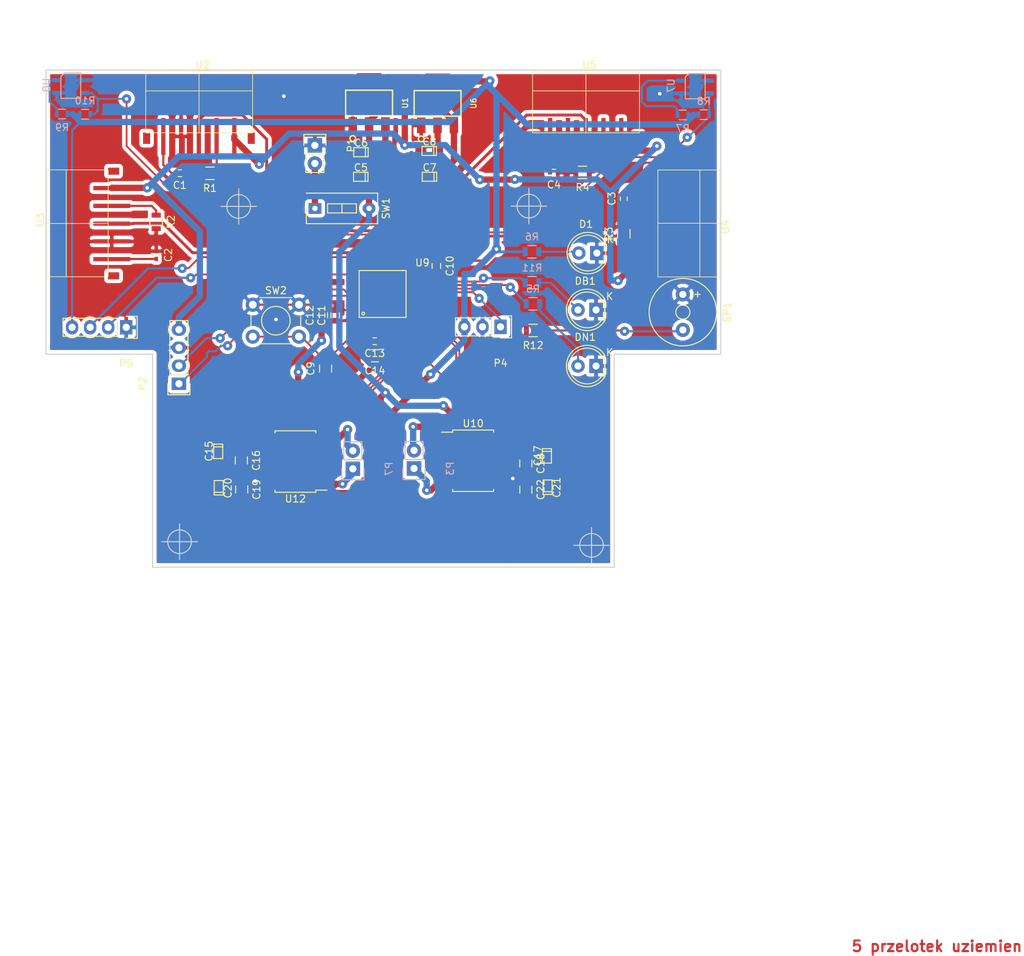
<source format=kicad_pcb>
(kicad_pcb (version 4) (host pcbnew 4.0.4-stable)
  (layers (0 F.Cu signal) (31 B.Cu signal) (34 B.Paste user) (35 F.Paste user) (36 B.SilkS user) (37 F.SilkS user) (38 B.Mask user) (39 F.Mask user) (44 Edge.Cuts user))
  (net 0 "")
  (net 1 GND)
  (net 2 "Net-(C1-Pad2)")
  (net 3 "Net-(C2-Pad2)")
  (net 4 "Net-(C3-Pad2)")
  (net 5 "Net-(C4-Pad2)")
  (net 6 VCC)
  (net 7 +5V)
  (net 8 +3V3)
  (net 9 RESET)
  (net 10 "Net-(D1-Pad2)")
  (net 11 "Net-(DB1-Pad2)")
  (net 12 "Net-(DN1-Pad2)")
  (net 13 "Net-(P1-Pad2)")
  (net 14 BT2)
  (net 15 BT1)
  (net 16 "Net-(P3-Pad1)")
  (net 17 "Net-(P3-Pad2)")
  (net 18 MOD_START)
  (net 19 PROG2)
  (net 20 PROG1)
  (net 21 "Net-(P7-Pad1)")
  (net 22 "Net-(P7-Pad2)")
  (net 23 "Net-(R1-Pad1)")
  (net 24 "Net-(R2-Pad1)")
  (net 25 "Net-(R3-Pad1)")
  (net 26 "Net-(R4-Pad1)")
  (net 27 LED2)
  (net 28 "Net-(R7-Pad1)")
  (net 29 KTIR1)
  (net 30 "Net-(R9-Pad1)")
  (net 31 KTIR2)
  (net 32 LED1)
  (net 33 "Net-(R12-Pad1)")
  (net 34 BUZZ)
  (net 35 SHARP3)
  (net 36 SHARP4)
  (net 37 SHARP1)
  (net 38 SHARP2)
  (net 39 "Net-(U9-Pad1)")
  (net 40 "Net-(U9-Pad2)")
  (net 41 "Net-(U9-Pad3)")
  (net 42 "Net-(U9-Pad4)")
  (net 43 "Net-(U9-Pad5)")
  (net 44 "Net-(U9-Pad6)")
  (net 45 "Net-(U9-Pad16)")
  (net 46 "Net-(U9-Pad17)")
  (net 47 "Net-(U9-Pad18)")
  (net 48 S1/IN1)
  (net 49 S1/IN2)
  (net 50 S1/PWM)
  (net 51 S2/PWM)
  (net 52 S2/IN1)
  (net 53 S2/IN2)
  (net 54 "Net-(U9-Pad32)")
  (net 55 "Net-(U9-Pad33)")
  (net 56 "Net-(U9-Pad35)")
  (net 57 "Net-(U9-Pad36)")
  (net 58 "Net-(U9-Pad38)")
  (net 59 "Net-(U9-Pad39)")
  (net 60 "Net-(U9-Pad40)")
  (net 61 "Net-(U9-Pad41)")
  (net 62 "Net-(U9-Pad44)")
  (net 63 "Net-(U9-Pad45)")
  (net 64 "Net-(U9-Pad46)")
  (net 65 "Net-(U9-Pad31)")
  (module warsztaty:TB6612 (layer F.Cu) (at 160.14 135.01)
    (fp_text reference U10 (at 0 -5.25) (layer F.SilkS))
    (fp_text value TB6612)
    (pad 1 smd rect (at -3.6 -3.575) (size 1.75 0.45) (layers F.Cu F.Paste F.Mask) (net 16 "Net-(P3-Pad1)"))
    (pad 2 smd rect (at -3.6 -2.925) (size 1.75 0.45) (layers F.Cu F.Paste F.Mask) (net 16 "Net-(P3-Pad1)"))
    (pad 3 smd rect (at -3.6 -2.275) (size 1.75 0.45) (layers F.Cu F.Paste F.Mask) (net 1 GND))
    (pad 4 smd rect (at -3.6 -1.625) (size 1.75 0.45) (layers F.Cu F.Paste F.Mask) (net 1 GND))
    (pad 5 smd rect (at -3.6 -0.975) (size 1.75 0.45) (layers F.Cu F.Paste F.Mask) (net 17 "Net-(P3-Pad2)"))
    (pad 6 smd rect (at -3.6 -0.325) (size 1.75 0.45) (layers F.Cu F.Paste F.Mask) (net 17 "Net-(P3-Pad2)"))
    (pad 7 smd rect (at -3.6 0.325) (size 1.75 0.45) (layers F.Cu F.Paste F.Mask) (net 17 "Net-(P3-Pad2)"))
    (pad 8 smd rect (at -3.6 0.975) (size 1.75 0.45) (layers F.Cu F.Paste F.Mask) (net 17 "Net-(P3-Pad2)"))
    (pad 9 smd rect (at -3.6 1.625) (size 1.75 0.45) (layers F.Cu F.Paste F.Mask) (net 1 GND))
    (pad 10 smd rect (at -3.6 2.275) (size 1.75 0.45) (layers F.Cu F.Paste F.Mask) (net 1 GND))
    (pad 11 smd rect (at -3.6 2.925) (size 1.75 0.45) (layers F.Cu F.Paste F.Mask) (net 16 "Net-(P3-Pad1)"))
    (pad 12 smd rect (at -3.6 3.575) (size 1.75 0.45) (layers F.Cu F.Paste F.Mask) (net 16 "Net-(P3-Pad1)"))
    (pad 13 smd rect (at 3.6 3.575) (size 1.75 0.45) (layers F.Cu F.Paste F.Mask) (net 6 VCC))
    (pad 14 smd rect (at 3.6 2.925) (size 1.75 0.45) (layers F.Cu F.Paste F.Mask) (net 6 VCC))
    (pad 15 smd rect (at 3.6 2.275) (size 1.75 0.45) (layers F.Cu F.Paste F.Mask) (net 50 S1/PWM))
    (pad 16 smd rect (at 3.6 1.625) (size 1.75 0.45) (layers F.Cu F.Paste F.Mask) (net 49 S1/IN2))
    (pad 17 smd rect (at 3.6 0.975) (size 1.75 0.45) (layers F.Cu F.Paste F.Mask) (net 48 S1/IN1))
    (pad 18 smd rect (at 3.6 0.325) (size 1.75 0.45) (layers F.Cu F.Paste F.Mask) (net 1 GND))
    (pad 19 smd rect (at 3.6 -0.325) (size 1.75 0.45) (layers F.Cu F.Paste F.Mask) (net 8 +3V3))
    (pad 20 smd rect (at 3.6 -0.975) (size 1.75 0.45) (layers F.Cu F.Paste F.Mask) (net 8 +3V3))
    (pad 21 smd rect (at 3.6 -1.625) (size 1.75 0.45) (layers F.Cu F.Paste F.Mask) (net 48 S1/IN1))
    (pad 22 smd rect (at 3.6 -2.275) (size 1.75 0.45) (layers F.Cu F.Paste F.Mask) (net 49 S1/IN2))
    (pad 23 smd rect (at 3.6 -2.925) (size 1.75 0.45) (layers F.Cu F.Paste F.Mask) (net 50 S1/PWM))
    (pad 24 smd rect (at 3.6 -3.575) (size 1.75 0.45) (layers F.Cu F.Paste F.Mask) (net 6 VCC))
  )
  (module LEDs:LED-5MM (layer F.Cu) (at 177.44 121.67 180)
    (fp_text reference DN1 (at 1.524 4.064 180) (layer F.SilkS))
    (fp_text value LED2)
    (fp_text user K (at -1.905 1.905 180) (layer F.SilkS))
    (pad 1 thru_hole rect (at 0 0 270) (size 2 1.9) (drill 1.00076) (layers *.Cu *.Mask) (net 1 GND))
    (pad 2 thru_hole circle (at 2.54 0 180) (size 1.9 1.9) (drill 1.00076) (layers *.Cu *.Mask) (net 12 "Net-(DN1-Pad2)"))
  )
  (module Capacitors_SMD:C_0805 (layer F.Cu) (at 127.5 134.96 270)
    (fp_text reference C16 (at 0 -2.1 270) (layer F.SilkS))
    (fp_text value 0.1uF)
    (pad 1 smd rect (at -1 0 270) (size 1 1.25) (layers F.Cu F.Paste F.Mask) (net 8 +3V3))
    (pad 2 smd rect (at 1 0 270) (size 1 1.25) (layers F.Cu F.Paste F.Mask) (net 1 GND))
  )
  (module Buzzer_moj (layer F.Cu) (at 189.66 114.09 270)
    (fp_text reference SP1 (at 0 -6.25 270) (layer F.SilkS))
    (fp_text value "HCM1201X (BUZZER)")
    (fp_text user + (at -2.5 -2 270) (layer F.SilkS))
    (pad 1 thru_hole circle (at -2.5 0 270) (size 2 2) (drill 1.00076) (layers *.Cu *.Mask) (net 1 GND))
    (pad 2 thru_hole circle (at 2.5 0 270) (size 2 2) (drill 1.00076) (layers *.Cu *.Mask) (net 33 "Net-(R12-Pad1)"))
  )
  (module Capacitors_SMD:C_0402 (layer F.Cu) (at 118.84 94.52 180)
    (fp_text reference C1 (at 0 -1.7 180) (layer F.SilkS))
    (fp_text value "1 uF")
    (pad 1 smd rect (at -0.55 0 180) (size 0.6 0.5) (layers F.Cu F.Paste F.Mask) (net 1 GND))
    (pad 2 smd rect (at 0.55 0 180) (size 0.6 0.5) (layers F.Cu F.Paste F.Mask) (net 2 "Net-(C1-Pad2)"))
  )
  (module Capacitors_SMD:C_0402 (layer F.Cu) (at 115.52 106.05 270)
    (fp_text reference C2 (at 0 -1.7 270) (layer F.SilkS))
    (fp_text value "1 uF")
    (pad 1 smd rect (at -0.55 0 270) (size 0.6 0.5) (layers F.Cu F.Paste F.Mask) (net 1 GND))
    (pad 2 smd rect (at 0.55 0 270) (size 0.6 0.5) (layers F.Cu F.Paste F.Mask) (net 3 "Net-(C2-Pad2)"))
  )
  (module Capacitors_SMD:C_0402 (layer F.Cu) (at 181.35 98.11 90)
    (fp_text reference C3 (at 0 -1.7 90) (layer F.SilkS))
    (fp_text value "1 uF")
    (pad 1 smd rect (at -0.55 0 90) (size 0.6 0.5) (layers F.Cu F.Paste F.Mask) (net 1 GND))
    (pad 2 smd rect (at 0.55 0 90) (size 0.6 0.5) (layers F.Cu F.Paste F.Mask) (net 4 "Net-(C3-Pad2)"))
  )
  (module Capacitors_SMD:C_0402 (layer F.Cu) (at 171.51 94.45 180)
    (fp_text reference C4 (at 0 -1.7 180) (layer F.SilkS))
    (fp_text value "1 uF")
    (pad 1 smd rect (at -0.55 0 180) (size 0.6 0.5) (layers F.Cu F.Paste F.Mask) (net 1 GND))
    (pad 2 smd rect (at 0.55 0 180) (size 0.6 0.5) (layers F.Cu F.Paste F.Mask) (net 5 "Net-(C4-Pad2)"))
  )
  (module Capacitors_Tantalum_SMD:TantalC_SizeR_EIA-2012 (layer F.Cu) (at 144.308548 95.03183)
    (fp_text reference C5 (at 0.0254 -1.2954) (layer F.SilkS))
    (fp_text value 10uF)
    (pad 1 smd rect (at 1.17602 0) (size 1.5494 1.80086) (layers F.Cu F.Paste F.Mask) (net 6 VCC))
    (pad 2 smd rect (at -1.17602 0) (size 1.5494 1.80086) (layers F.Cu F.Paste F.Mask) (net 1 GND))
  )
  (module Capacitors_Tantalum_SMD:TantalC_SizeR_EIA-2012 (layer F.Cu) (at 144.334568 91.57183)
    (fp_text reference C6 (at 0.0254 -1.2954) (layer F.SilkS))
    (fp_text value 10uF)
    (pad 1 smd rect (at 1.17602 0) (size 1.5494 1.80086) (layers F.Cu F.Paste F.Mask) (net 7 +5V))
    (pad 2 smd rect (at -1.17602 0) (size 1.5494 1.80086) (layers F.Cu F.Paste F.Mask) (net 1 GND))
  )
  (module Capacitors_Tantalum_SMD:TantalC_SizeR_EIA-2012 (layer F.Cu) (at 153.984568 95.02183)
    (fp_text reference C7 (at 0.0254 -1.2954) (layer F.SilkS))
    (fp_text value 10uF)
    (pad 1 smd rect (at 1.17602 0) (size 1.5494 1.80086) (layers F.Cu F.Paste F.Mask) (net 7 +5V))
    (pad 2 smd rect (at -1.17602 0) (size 1.5494 1.80086) (layers F.Cu F.Paste F.Mask) (net 1 GND))
  )
  (module Capacitors_Tantalum_SMD:TantalC_SizeR_EIA-2012 (layer F.Cu) (at 153.954568 91.39183)
    (fp_text reference C8 (at 0.0254 -1.2954) (layer F.SilkS))
    (fp_text value 10uF)
    (pad 1 smd rect (at 1.17602 0) (size 1.5494 1.80086) (layers F.Cu F.Paste F.Mask) (net 8 +3V3))
    (pad 2 smd rect (at -1.17602 0) (size 1.5494 1.80086) (layers F.Cu F.Paste F.Mask) (net 1 GND))
  )
  (module Capacitors_SMD:C_0805 (layer F.Cu) (at 139.36 122.03 90)
    (fp_text reference C9 (at 0 -2.1 90) (layer F.SilkS))
    (fp_text value 0.1uF)
    (pad 1 smd rect (at -1 0 90) (size 1 1.25) (layers F.Cu F.Paste F.Mask) (net 1 GND))
    (pad 2 smd rect (at 1 0 90) (size 1 1.25) (layers F.Cu F.Paste F.Mask) (net 9 RESET))
  )
  (module Capacitors_SMD:C_0603 (layer F.Cu) (at 154.96 107.59 270)
    (fp_text reference C10 (at 0 -1.9 270) (layer F.SilkS))
    (fp_text value 100nF)
    (pad 1 smd rect (at -0.75 0 270) (size 0.8 0.75) (layers F.Cu F.Paste F.Mask) (net 8 +3V3))
    (pad 2 smd rect (at 0.75 0 270) (size 0.8 0.75) (layers F.Cu F.Paste F.Mask) (net 1 GND))
  )
  (module Capacitors_SMD:C_0603 (layer F.Cu) (at 140.7 114.55 90)
    (fp_text reference C11 (at 0 -1.9 90) (layer F.SilkS))
    (fp_text value 100nF)
    (pad 1 smd rect (at -0.75 0 90) (size 0.8 0.75) (layers F.Cu F.Paste F.Mask) (net 8 +3V3))
    (pad 2 smd rect (at 0.75 0 90) (size 0.8 0.75) (layers F.Cu F.Paste F.Mask) (net 1 GND))
  )
  (module Capacitors_SMD:C_0603 (layer F.Cu) (at 139.04 114.54 90)
    (fp_text reference C12 (at 0 -1.9 90) (layer F.SilkS))
    (fp_text value 4.7uF)
    (pad 1 smd rect (at -0.75 0 90) (size 0.8 0.75) (layers F.Cu F.Paste F.Mask) (net 8 +3V3))
    (pad 2 smd rect (at 0.75 0 90) (size 0.8 0.75) (layers F.Cu F.Paste F.Mask) (net 1 GND))
  )
  (module Capacitors_SMD:C_0402 (layer F.Cu) (at 146.28 118.18 180)
    (fp_text reference C13 (at 0 -1.7 180) (layer F.SilkS))
    (fp_text value 1uF)
    (pad 1 smd rect (at -0.55 0 180) (size 0.6 0.5) (layers F.Cu F.Paste F.Mask) (net 8 +3V3))
    (pad 2 smd rect (at 0.55 0 180) (size 0.6 0.5) (layers F.Cu F.Paste F.Mask) (net 1 GND))
  )
  (module Capacitors_SMD:C_0805 (layer F.Cu) (at 146.31 120.23 180)
    (fp_text reference C14 (at 0 -2.1 180) (layer F.SilkS))
    (fp_text value 10nF)
    (pad 1 smd rect (at -1 0 180) (size 1 1.25) (layers F.Cu F.Paste F.Mask) (net 8 +3V3))
    (pad 2 smd rect (at 1 0 180) (size 1 1.25) (layers F.Cu F.Paste F.Mask) (net 1 GND))
  )
  (module Capacitors_Tantalum_SMD:TantalC_SizeR_EIA-2012 (layer F.Cu) (at 124.24 133.68602 90)
    (fp_text reference C15 (at 0.0254 -1.2954 90) (layer F.SilkS))
    (fp_text value 10uF)
    (pad 1 smd rect (at 1.17602 0 90) (size 1.5494 1.80086) (layers F.Cu F.Paste F.Mask) (net 8 +3V3))
    (pad 2 smd rect (at -1.17602 0 90) (size 1.5494 1.80086) (layers F.Cu F.Paste F.Mask) (net 1 GND))
  )
  (module Capacitors_Tantalum_SMD:TantalC_SizeR_EIA-2012 (layer F.Cu) (at 170.52 134.32398 90)
    (fp_text reference C17 (at 0.0254 -1.2954 90) (layer F.SilkS))
    (fp_text value 10uF)
    (pad 1 smd rect (at 1.17602 0 90) (size 1.5494 1.80086) (layers F.Cu F.Paste F.Mask) (net 8 +3V3))
    (pad 2 smd rect (at -1.17602 0 90) (size 1.5494 1.80086) (layers F.Cu F.Paste F.Mask) (net 1 GND))
  )
  (module Capacitors_SMD:C_0805 (layer F.Cu) (at 167.55 135.4 270)
    (fp_text reference C18 (at 0 -2.1 270) (layer F.SilkS))
    (fp_text value 0.1uF)
    (pad 1 smd rect (at -1 0 270) (size 1 1.25) (layers F.Cu F.Paste F.Mask) (net 8 +3V3))
    (pad 2 smd rect (at 1 0 270) (size 1 1.25) (layers F.Cu F.Paste F.Mask) (net 1 GND))
  )
  (module Capacitors_SMD:C_0805 (layer F.Cu) (at 127.55 139.05 270)
    (fp_text reference C19 (at 0 -2.1 270) (layer F.SilkS))
    (fp_text value 0.1uF)
    (pad 1 smd rect (at -1 0 270) (size 1 1.25) (layers F.Cu F.Paste F.Mask) (net 1 GND))
    (pad 2 smd rect (at 1 0 270) (size 1 1.25) (layers F.Cu F.Paste F.Mask) (net 6 VCC))
  )
  (module Capacitors_Tantalum_SMD:TantalC_SizeR_EIA-2012 (layer F.Cu) (at 124.32 138.81602 270)
    (fp_text reference C20 (at 0.0254 -1.2954 270) (layer F.SilkS))
    (fp_text value 10uF)
    (pad 1 smd rect (at 1.17602 0 270) (size 1.5494 1.80086) (layers F.Cu F.Paste F.Mask) (net 6 VCC))
    (pad 2 smd rect (at -1.17602 0 270) (size 1.5494 1.80086) (layers F.Cu F.Paste F.Mask) (net 1 GND))
  )
  (module Capacitors_Tantalum_SMD:TantalC_SizeR_EIA-2012 (layer F.Cu) (at 170.61 138.73602 270)
    (fp_text reference C21 (at 0.0254 -1.2954 270) (layer F.SilkS))
    (fp_text value 10uF)
    (pad 1 smd rect (at 1.17602 0 270) (size 1.5494 1.80086) (layers F.Cu F.Paste F.Mask) (net 6 VCC))
    (pad 2 smd rect (at -1.17602 0 270) (size 1.5494 1.80086) (layers F.Cu F.Paste F.Mask) (net 1 GND))
  )
  (module Capacitors_SMD:C_0805 (layer F.Cu) (at 167.56 139.08 270)
    (fp_text reference C22 (at 0 -2.1 270) (layer F.SilkS))
    (fp_text value 0.1uF)
    (pad 1 smd rect (at -1 0 270) (size 1 1.25) (layers F.Cu F.Paste F.Mask) (net 1 GND))
    (pad 2 smd rect (at 1 0 270) (size 1 1.25) (layers F.Cu F.Paste F.Mask) (net 6 VCC))
  )
  (module LEDs:LED-5MM (layer F.Cu) (at 177.55 105.77 180)
    (fp_text reference D1 (at 1.524 4.064 180) (layer F.SilkS))
    (fp_text value LED0)
    (fp_text user K (at -1.905 1.905 180) (layer F.SilkS))
    (pad 1 thru_hole rect (at 0 0 270) (size 2 1.9) (drill 1.00076) (layers *.Cu *.Mask) (net 1 GND))
    (pad 2 thru_hole circle (at 2.54 0 180) (size 1.9 1.9) (drill 1.00076) (layers *.Cu *.Mask) (net 10 "Net-(D1-Pad2)"))
  )
  (module LEDs:LED-5MM (layer F.Cu) (at 177.44 113.77 180)
    (fp_text reference DB1 (at 1.524 4.064 180) (layer F.SilkS))
    (fp_text value LED1)
    (fp_text user K (at -1.905 1.905 180) (layer F.SilkS))
    (pad 1 thru_hole rect (at 0 0 270) (size 2 1.9) (drill 1.00076) (layers *.Cu *.Mask) (net 1 GND))
    (pad 2 thru_hole circle (at 2.54 0 180) (size 1.9 1.9) (drill 1.00076) (layers *.Cu *.Mask) (net 11 "Net-(DB1-Pad2)"))
  )
  (module Socket_Strips:Socket_Strip_Straight_1x02 (layer F.Cu) (at 137.85 90.61 270)
    (fp_text reference P1 (at 0 -5.1 270) (layer F.SilkS))
    (fp_text value "bateria 7.4 V")
    (pad 1 thru_hole rect (at 0 0 270) (size 2.032 2.032) (drill 1.016) (layers *.Cu *.Mask) (net 1 GND))
    (pad 2 thru_hole oval (at 2.54 0 270) (size 2.032 2.032) (drill 1.016) (layers *.Cu *.Mask) (net 13 "Net-(P1-Pad2)"))
  )
  (module Socket_Strips:Socket_Strip_Straight_1x04 (layer F.Cu) (at 118.71 124.17 90)
    (fp_text reference P2 (at 0 -5.1 90) (layer F.SilkS))
    (fp_text value "HC-06 (BT)")
    (pad 1 thru_hole rect (at 0 0 90) (size 1.7272 2.032) (drill 1.016) (layers *.Cu *.Mask) (net 14 BT2))
    (pad 2 thru_hole oval (at 2.54 0 90) (size 1.7272 2.032) (drill 1.016) (layers *.Cu *.Mask) (net 15 BT1))
    (pad 3 thru_hole oval (at 5.08 0 90) (size 1.7272 2.032) (drill 1.016) (layers *.Cu *.Mask) (net 1 GND))
    (pad 4 thru_hole oval (at 7.62 0 90) (size 1.7272 2.032) (drill 1.016) (layers *.Cu *.Mask) (net 7 +5V))
  )
  (module Socket_Strips:Socket_Strip_Straight_1x02 (layer B.Cu) (at 151.81 136.1 90)
    (fp_text reference P3 (at 0 5.1 90) (layer B.SilkS) (effects (justify mirror)))
    (fp_text value SILNIK1)
    (pad 1 thru_hole rect (at 0 0 90) (size 2.032 2.032) (drill 1.016) (layers *.Cu *.Mask) (net 16 "Net-(P3-Pad1)"))
    (pad 2 thru_hole oval (at 2.54 0 90) (size 2.032 2.032) (drill 1.016) (layers *.Cu *.Mask) (net 17 "Net-(P3-Pad2)"))
  )
  (module Socket_Strips:Socket_Strip_Straight_1x03 (layer F.Cu) (at 163.99 116.16 180)
    (fp_text reference P4 (at 0 -5.1 180) (layer F.SilkS))
    (fp_text value "Modol startujacy")
    (pad 1 thru_hole rect (at 0 0 180) (size 1.7272 2.032) (drill 1.016) (layers *.Cu *.Mask) (net 18 MOD_START))
    (pad 2 thru_hole oval (at 2.54 0 180) (size 1.7272 2.032) (drill 1.016) (layers *.Cu *.Mask) (net 1 GND))
    (pad 3 thru_hole oval (at 5.08 0 180) (size 1.7272 2.032) (drill 1.016) (layers *.Cu *.Mask) (net 8 +3V3))
  )
  (module Socket_Strips:Socket_Strip_Straight_1x04 (layer F.Cu) (at 111.29 116.22 180)
    (fp_text reference P5 (at 0 -5.1 180) (layer F.SilkS))
    (fp_text value PROGRAMAT)
    (pad 1 thru_hole rect (at 0 0 180) (size 1.7272 2.032) (drill 1.016) (layers *.Cu *.Mask) (net 1 GND))
    (pad 2 thru_hole oval (at 2.54 0 180) (size 1.7272 2.032) (drill 1.016) (layers *.Cu *.Mask) (net 19 PROG2))
    (pad 3 thru_hole oval (at 5.08 0 180) (size 1.7272 2.032) (drill 1.016) (layers *.Cu *.Mask) (net 20 PROG1))
    (pad 4 thru_hole oval (at 7.62 0 180) (size 1.7272 2.032) (drill 1.016) (layers *.Cu *.Mask) (net 8 +3V3))
  )
  (module Socket_Strips:Socket_Strip_Straight_1x02 (layer B.Cu) (at 143.2 136.14 90)
    (fp_text reference P7 (at 0 5.1 90) (layer B.SilkS) (effects (justify mirror)))
    (fp_text value SILNIK2)
    (pad 1 thru_hole rect (at 0 0 90) (size 2.032 2.032) (drill 1.016) (layers *.Cu *.Mask) (net 21 "Net-(P7-Pad1)"))
    (pad 2 thru_hole oval (at 2.54 0 90) (size 2.032 2.032) (drill 1.016) (layers *.Cu *.Mask) (net 22 "Net-(P7-Pad2)"))
  )
  (module Resistors_SMD:R_0805 (layer F.Cu) (at 123.08 94.54 180)
    (fp_text reference R1 (at 0 -2.1 180) (layer F.SilkS))
    (fp_text value "1 Ohm")
    (pad 1 smd rect (at -0.95 0 180) (size 0.7 1.3) (layers F.Cu F.Paste F.Mask) (net 23 "Net-(R1-Pad1)"))
    (pad 2 smd rect (at 0.95 0 180) (size 0.7 1.3) (layers F.Cu F.Paste F.Mask) (net 1 GND))
  )
  (module Resistors_SMD:R_0805 (layer F.Cu) (at 115.51 101.38 270)
    (fp_text reference R2 (at 0 -2.1 270) (layer F.SilkS))
    (fp_text value "1 Ohm")
    (pad 1 smd rect (at -0.95 0 270) (size 0.7 1.3) (layers F.Cu F.Paste F.Mask) (net 24 "Net-(R2-Pad1)"))
    (pad 2 smd rect (at 0.95 0 270) (size 0.7 1.3) (layers F.Cu F.Paste F.Mask) (net 1 GND))
  )
  (module Resistors_SMD:R_0805 (layer F.Cu) (at 181.35 103.04 90)
    (fp_text reference R3 (at 0 -2.1 90) (layer F.SilkS))
    (fp_text value "1 Ohm")
    (pad 1 smd rect (at -0.95 0 90) (size 0.7 1.3) (layers F.Cu F.Paste F.Mask) (net 25 "Net-(R3-Pad1)"))
    (pad 2 smd rect (at 0.95 0 90) (size 0.7 1.3) (layers F.Cu F.Paste F.Mask) (net 1 GND))
  )
  (module Resistors_SMD:R_0805 (layer F.Cu) (at 175.54 94.42 180)
    (fp_text reference R4 (at 0 -2.1 180) (layer F.SilkS))
    (fp_text value "1 Ohm")
    (pad 1 smd rect (at -0.95 0 180) (size 0.7 1.3) (layers F.Cu F.Paste F.Mask) (net 26 "Net-(R4-Pad1)"))
    (pad 2 smd rect (at 0.95 0 180) (size 0.7 1.3) (layers F.Cu F.Paste F.Mask) (net 1 GND))
  )
  (module Resistors_SMD:R_0805 (layer B.Cu) (at 168.56 112.92 180)
    (fp_text reference R5 (at 0 2.1 180) (layer B.SilkS) (effects (justify mirror)))
    (fp_text value "100 Ohm")
    (pad 1 smd rect (at -0.95 0 180) (size 0.7 1.3) (layers B.Cu B.Paste B.Mask) (net 12 "Net-(DN1-Pad2)"))
    (pad 2 smd rect (at 0.95 0 180) (size 0.7 1.3) (layers B.Cu B.Paste B.Mask) (net 27 LED2))
  )
  (module Resistors_SMD:R_0805 (layer B.Cu) (at 168.42 105.59 180)
    (fp_text reference R6 (at 0 2.1 180) (layer B.SilkS) (effects (justify mirror)))
    (fp_text value "100 Ohm")
    (pad 1 smd rect (at -0.95 0 180) (size 0.7 1.3) (layers B.Cu B.Paste B.Mask) (net 10 "Net-(D1-Pad2)"))
    (pad 2 smd rect (at 0.95 0 180) (size 0.7 1.3) (layers B.Cu B.Paste B.Mask) (net 8 +3V3))
  )
  (module Resistors_SMD:R_0603 (layer B.Cu) (at 189.65 86.32)
    (fp_text reference R7 (at 0 1.9) (layer B.SilkS) (effects (justify mirror)))
    (fp_text value "220 Ohm")
    (pad 1 smd rect (at -0.75 0) (size 0.5 0.9) (layers B.Cu B.Paste B.Mask) (net 28 "Net-(R7-Pad1)"))
    (pad 2 smd rect (at 0.75 0) (size 0.5 0.9) (layers B.Cu B.Paste B.Mask) (net 8 +3V3))
  )
  (module Resistors_SMD:R_0603 (layer B.Cu) (at 192.61 86.29 180)
    (fp_text reference R8 (at 0 1.9 180) (layer B.SilkS) (effects (justify mirror)))
    (fp_text value "10 kOhm")
    (pad 1 smd rect (at -0.75 0 180) (size 0.5 0.9) (layers B.Cu B.Paste B.Mask) (net 29 KTIR1))
    (pad 2 smd rect (at 0.75 0 180) (size 0.5 0.9) (layers B.Cu B.Paste B.Mask) (net 8 +3V3))
  )
  (module Resistors_SMD:R_0603 (layer B.Cu) (at 102.26 86.19)
    (fp_text reference R9 (at 0 1.9) (layer B.SilkS) (effects (justify mirror)))
    (fp_text value "220 Ohm")
    (pad 1 smd rect (at -0.75 0) (size 0.5 0.9) (layers B.Cu B.Paste B.Mask) (net 30 "Net-(R9-Pad1)"))
    (pad 2 smd rect (at 0.75 0) (size 0.5 0.9) (layers B.Cu B.Paste B.Mask) (net 8 +3V3))
  )
  (module Resistors_SMD:R_0603 (layer B.Cu) (at 105.5 86.22 180)
    (fp_text reference R10 (at 0 1.9 180) (layer B.SilkS) (effects (justify mirror)))
    (fp_text value "10 kOhm")
    (pad 1 smd rect (at -0.75 0 180) (size 0.5 0.9) (layers B.Cu B.Paste B.Mask) (net 31 KTIR2))
    (pad 2 smd rect (at 0.75 0 180) (size 0.5 0.9) (layers B.Cu B.Paste B.Mask) (net 8 +3V3))
  )
  (module Resistors_SMD:R_0805 (layer B.Cu) (at 168.43 109.95 180)
    (fp_text reference R11 (at 0 2.1 180) (layer B.SilkS) (effects (justify mirror)))
    (fp_text value "100 Ohm")
    (pad 1 smd rect (at -0.95 0 180) (size 0.7 1.3) (layers B.Cu B.Paste B.Mask) (net 11 "Net-(DB1-Pad2)"))
    (pad 2 smd rect (at 0.95 0 180) (size 0.7 1.3) (layers B.Cu B.Paste B.Mask) (net 32 LED1))
  )
  (module Resistors_SMD:R_0805 (layer F.Cu) (at 168.58 116.67 180)
    (fp_text reference R12 (at 0 -2.1 180) (layer F.SilkS))
    (fp_text value "100 Ohm")
    (pad 1 smd rect (at -0.95 0 180) (size 0.7 1.3) (layers F.Cu F.Paste F.Mask) (net 33 "Net-(R12-Pad1)"))
    (pad 2 smd rect (at 0.95 0 180) (size 0.7 1.3) (layers F.Cu F.Paste F.Mask) (net 34 BUZZ))
  )
  (module Buttons_Switches_ThroughHole:SW_DIP_x1_Slide (layer F.Cu) (at 137.86 99.48 270)
    (fp_text reference SW1 (at 0 -10 270) (layer F.SilkS))
    (fp_text value SPST)
    (pad 1 thru_hole rect (at 0 0 270) (size 1.524 1.824) (drill 0.762) (layers *.Cu *.Mask) (net 13 "Net-(P1-Pad2)"))
    (pad 2 thru_hole oval (at 0 -7.62 270) (size 1.524 1.824) (drill 0.762) (layers *.Cu *.Mask) (net 6 VCC))
  )
  (module Buttons_Switches_ThroughHole:SW_PUSH_6mm (layer F.Cu) (at 129.11 113.04)
    (fp_text reference SW2 (at 3.25 -2) (layer F.SilkS))
    (fp_text value SW_PUSH)
    (pad 2 thru_hole circle (at 0 4.5 90) (size 2 2) (drill 1.1) (layers *.Cu *.Mask) (net 9 RESET))
    (pad 1 thru_hole circle (at 0 0 90) (size 2 2) (drill 1.1) (layers *.Cu *.Mask) (net 1 GND))
    (pad 2 thru_hole circle (at 6.5 4.5 90) (size 2 2) (drill 1.1) (layers *.Cu *.Mask) (net 9 RESET))
    (pad 1 thru_hole circle (at 6.5 0 90) (size 2 2) (drill 1.1) (layers *.Cu *.Mask) (net 1 GND))
  )
  (module warsztaty:LM1117_SOT223 (layer F.Cu) (at 145.484568 84.64183 90)
    (fp_text reference U1 (at 0 5.08 90) (layer F.SilkS) (effects (font (size 0.762 0.762) (thickness 0.1524))))
    (fp_text value LM1117 hide)
    (pad 3 smd rect (at -3.1 -2.3 90) (size 2.2 1.2) (layers F.Cu F.Paste F.Mask) (net 1 GND))
    (pad 2 smd rect (at -3.1 0 90) (size 2.2 1.2) (layers F.Cu F.Paste F.Mask) (net 7 +5V))
    (pad 1 smd rect (at -3.1 2.3 90) (size 2.2 1.2) (layers F.Cu F.Paste F.Mask) (net 6 VCC))
    (pad 2 smd rect (at 3.1 0 90) (size 2.2 3.5) (layers F.Cu F.Paste F.Mask) (net 7 +5V))
  )
  (module warsztaty:GP2Y0D340K (layer F.Cu) (at 121.53 84.2)
    (fp_text reference U2 (at 0.508 -4.8975) (layer F.SilkS))
    (fp_text value SHARP_40CM)
    (pad 5 smd rect (at -5.0165 5.1435) (size 0.6 5.2) (layers F.Cu F.Paste F.Mask) (net 2 "Net-(C1-Pad2)"))
    (pad 4 smd rect (at -2.5165 5.1435) (size 0.6 5.2) (layers F.Cu F.Paste F.Mask) (net 1 GND))
    (pad 3 smd rect (at -0.0165 5.1435) (size 0.6 5.2) (layers F.Cu F.Paste F.Mask) (net 35 SHARP3))
    (pad 2 smd rect (at 2.4835 5.1435) (size 0.6 5.2) (layers F.Cu F.Paste F.Mask) (net 23 "Net-(R1-Pad1)"))
    (pad 1 smd rect (at 4.9835 5.1435) (size 0.6 5.2) (layers F.Cu F.Paste F.Mask) (net 7 +5V))
    (pad 6 smd rect (at -7.366 5.3975) (size 1 1.6) (layers F.Cu F.Paste F.Mask))
    (pad 6 smd rect (at 7.366 5.3975) (size 1 1.6) (layers F.Cu F.Paste F.Mask))
  )
  (module warsztaty:GP2Y0D340K (layer F.Cu) (at 104.11 101.61 90)
    (fp_text reference U3 (at 0.508 -4.8975 90) (layer F.SilkS))
    (fp_text value SHARP_40CM)
    (pad 5 smd rect (at -5.0165 5.1435 90) (size 0.6 5.2) (layers F.Cu F.Paste F.Mask) (net 3 "Net-(C2-Pad2)"))
    (pad 4 smd rect (at -2.5165 5.1435 90) (size 0.6 5.2) (layers F.Cu F.Paste F.Mask) (net 1 GND))
    (pad 3 smd rect (at -0.0165 5.1435 90) (size 0.6 5.2) (layers F.Cu F.Paste F.Mask) (net 36 SHARP4))
    (pad 2 smd rect (at 2.4835 5.1435 90) (size 0.6 5.2) (layers F.Cu F.Paste F.Mask) (net 24 "Net-(R2-Pad1)"))
    (pad 1 smd rect (at 4.9835 5.1435 90) (size 0.6 5.2) (layers F.Cu F.Paste F.Mask) (net 7 +5V))
    (pad 6 smd rect (at -7.366 5.3975 90) (size 1 1.6) (layers F.Cu F.Paste F.Mask))
    (pad 6 smd rect (at 7.366 5.3975 90) (size 1 1.6) (layers F.Cu F.Paste F.Mask))
  )
  (module warsztaty:GP2Y0D340K (layer F.Cu) (at 190.78 101.57 270)
    (fp_text reference U4 (at 0.508 -4.8975 270) (layer F.SilkS))
    (fp_text value SHARP_40CM)
    (pad 5 smd rect (at -5.0165 5.1435 270) (size 0.6 5.2) (layers F.Cu F.Paste F.Mask) (net 4 "Net-(C3-Pad2)"))
    (pad 4 smd rect (at -2.5165 5.1435 270) (size 0.6 5.2) (layers F.Cu F.Paste F.Mask) (net 1 GND))
    (pad 3 smd rect (at -0.0165 5.1435 270) (size 0.6 5.2) (layers F.Cu F.Paste F.Mask) (net 37 SHARP1))
    (pad 2 smd rect (at 2.4835 5.1435 270) (size 0.6 5.2) (layers F.Cu F.Paste F.Mask) (net 25 "Net-(R3-Pad1)"))
    (pad 1 smd rect (at 4.9835 5.1435 270) (size 0.6 5.2) (layers F.Cu F.Paste F.Mask) (net 7 +5V))
    (pad 6 smd rect (at -7.366 5.3975 270) (size 1 1.6) (layers F.Cu F.Paste F.Mask))
    (pad 6 smd rect (at 7.366 5.3975 270) (size 1 1.6) (layers F.Cu F.Paste F.Mask))
  )
  (module warsztaty:GP2Y0D340K (layer F.Cu) (at 176 84.2)
    (fp_text reference U5 (at 0.508 -4.8975) (layer F.SilkS))
    (fp_text value SHARP_40CM)
    (pad 5 smd rect (at -5.0165 5.1435) (size 0.6 5.2) (layers F.Cu F.Paste F.Mask) (net 5 "Net-(C4-Pad2)"))
    (pad 4 smd rect (at -2.5165 5.1435) (size 0.6 5.2) (layers F.Cu F.Paste F.Mask) (net 1 GND))
    (pad 3 smd rect (at -0.0165 5.1435) (size 0.6 5.2) (layers F.Cu F.Paste F.Mask) (net 38 SHARP2))
    (pad 2 smd rect (at 2.4835 5.1435) (size 0.6 5.2) (layers F.Cu F.Paste F.Mask) (net 26 "Net-(R4-Pad1)"))
    (pad 1 smd rect (at 4.9835 5.1435) (size 0.6 5.2) (layers F.Cu F.Paste F.Mask) (net 7 +5V))
    (pad 6 smd rect (at -7.366 5.3975) (size 1 1.6) (layers F.Cu F.Paste F.Mask))
    (pad 6 smd rect (at 7.366 5.3975) (size 1 1.6) (layers F.Cu F.Paste F.Mask))
  )
  (module warsztaty:LM1117_SOT223 (layer F.Cu) (at 155.124568 84.69183 90)
    (fp_text reference U6 (at 0 5.08 90) (layer F.SilkS) (effects (font (size 0.762 0.762) (thickness 0.1524))))
    (fp_text value LM1117 hide)
    (pad 3 smd rect (at -3.1 -2.3 90) (size 2.2 1.2) (layers F.Cu F.Paste F.Mask) (net 1 GND))
    (pad 2 smd rect (at -3.1 0 90) (size 2.2 1.2) (layers F.Cu F.Paste F.Mask) (net 8 +3V3))
    (pad 1 smd rect (at -3.1 2.3 90) (size 2.2 1.2) (layers F.Cu F.Paste F.Mask) (net 7 +5V))
    (pad 2 smd rect (at 3.1 0 90) (size 2.2 3.5) (layers F.Cu F.Paste F.Mask) (net 8 +3V3))
  )
  (module warsztaty:KTIR0711S (layer B.Cu) (at 191.4 82.4 270)
    (fp_text reference U7 (at -0.219 3.407 270) (layer B.SilkS) (effects (justify mirror)))
    (fp_text value KTIR0711S)
    (pad 1 smd rect (at -0.905 1.965 270) (size 0.6 1.3) (layers B.Cu B.Paste B.Mask) (net 28 "Net-(R7-Pad1)"))
    (pad 2 smd rect (at -0.905 -1.965 270) (size 0.6 1.3) (layers B.Cu B.Paste B.Mask) (net 1 GND))
    (pad 3 smd rect (at 0.895 1.965 270) (size 0.6 1.3) (layers B.Cu B.Paste B.Mask) (net 1 GND))
    (pad 4 smd rect (at 0.895 -1.965 270) (size 0.6 1.3) (layers B.Cu B.Paste B.Mask) (net 29 KTIR1))
  )
  (module warsztaty:KTIR0711S (layer B.Cu) (at 103.49 82.33 270)
    (fp_text reference U8 (at -0.219 3.407 270) (layer B.SilkS) (effects (justify mirror)))
    (fp_text value KTIR0711S)
    (pad 1 smd rect (at -0.905 1.965 270) (size 0.6 1.3) (layers B.Cu B.Paste B.Mask) (net 30 "Net-(R9-Pad1)"))
    (pad 2 smd rect (at -0.905 -1.965 270) (size 0.6 1.3) (layers B.Cu B.Paste B.Mask) (net 1 GND))
    (pad 3 smd rect (at 0.895 1.965 270) (size 0.6 1.3) (layers B.Cu B.Paste B.Mask) (net 1 GND))
    (pad 4 smd rect (at 0.895 -1.965 270) (size 0.6 1.3) (layers B.Cu B.Paste B.Mask) (net 31 KTIR2))
  )
  (module STM:STM32F051C8T6 (layer F.Cu) (at 147.39 111.53)
    (fp_text reference U9 (at 5.6 -4.4) (layer F.SilkS))
    (fp_text value STM32F051C8Tx hide)
    (pad 1 smd rect (at -2.75 4.25) (size 0.3 1.2) (layers F.Cu F.Paste F.Mask) (net 39 "Net-(U9-Pad1)"))
    (pad 2 smd rect (at -2.25 4.25) (size 0.3 1.2) (layers F.Cu F.Paste F.Mask) (net 40 "Net-(U9-Pad2)"))
    (pad 3 smd rect (at -1.75 4.25) (size 0.3 1.2) (layers F.Cu F.Paste F.Mask) (net 41 "Net-(U9-Pad3)"))
    (pad 4 smd rect (at -1.25 4.25) (size 0.3 1.2) (layers F.Cu F.Paste F.Mask) (net 42 "Net-(U9-Pad4)"))
    (pad 5 smd rect (at -0.75 4.25) (size 0.3 1.2) (layers F.Cu F.Paste F.Mask) (net 43 "Net-(U9-Pad5)"))
    (pad 6 smd rect (at -0.25 4.25) (size 0.3 1.2) (layers F.Cu F.Paste F.Mask) (net 44 "Net-(U9-Pad6)"))
    (pad 7 smd rect (at 0.25 4.25) (size 0.3 1.2) (layers F.Cu F.Paste F.Mask) (net 9 RESET))
    (pad 8 smd rect (at 0.75 4.25) (size 0.3 1.2) (layers F.Cu F.Paste F.Mask) (net 1 GND))
    (pad 9 smd rect (at 1.25 4.25) (size 0.3 1.2) (layers F.Cu F.Paste F.Mask) (net 8 +3V3))
    (pad 10 smd rect (at 1.75 4.25) (size 0.3 1.2) (layers F.Cu F.Paste F.Mask) (net 52 S2/IN1))
    (pad 11 smd rect (at 2.25 4.25) (size 0.3 1.2) (layers F.Cu F.Paste F.Mask) (net 53 S2/IN2))
    (pad 12 smd rect (at 2.75 4.25) (size 0.3 1.2) (layers F.Cu F.Paste F.Mask) (net 51 S2/PWM))
    (pad 13 smd rect (at 4.25 2.75) (size 1.2 0.3) (layers F.Cu F.Paste F.Mask) (net 50 S1/PWM))
    (pad 14 smd rect (at 4.25 2.25) (size 1.2 0.3) (layers F.Cu F.Paste F.Mask) (net 49 S1/IN2))
    (pad 15 smd rect (at 4.25 1.75) (size 1.2 0.3) (layers F.Cu F.Paste F.Mask) (net 48 S1/IN1))
    (pad 16 smd rect (at 4.25 1.25) (size 1.2 0.3) (layers F.Cu F.Paste F.Mask) (net 45 "Net-(U9-Pad16)"))
    (pad 17 smd rect (at 4.25 0.75) (size 1.2 0.3) (layers F.Cu F.Paste F.Mask) (net 46 "Net-(U9-Pad17)"))
    (pad 18 smd rect (at 4.25 0.25) (size 1.2 0.3) (layers F.Cu F.Paste F.Mask) (net 47 "Net-(U9-Pad18)"))
    (pad 19 smd rect (at 4.25 -0.25) (size 1.2 0.3) (layers F.Cu F.Paste F.Mask) (net 18 MOD_START))
    (pad 20 smd rect (at 4.25 -0.75) (size 1.2 0.3) (layers F.Cu F.Paste F.Mask) (net 34 BUZZ))
    (pad 21 smd rect (at 4.25 -1.25) (size 1.2 0.3) (layers F.Cu F.Paste F.Mask) (net 27 LED2))
    (pad 22 smd rect (at 4.25 -1.75) (size 1.2 0.3) (layers F.Cu F.Paste F.Mask) (net 32 LED1))
    (pad 23 smd rect (at 4.25 -2.25) (size 1.2 0.3) (layers F.Cu F.Paste F.Mask) (net 1 GND))
    (pad 24 smd rect (at 4.25 -2.75) (size 1.2 0.3) (layers F.Cu F.Paste F.Mask) (net 8 +3V3))
    (pad 25 smd rect (at 2.75 -4.25) (size 0.3 1.2) (layers F.Cu F.Paste F.Mask) (net 37 SHARP1))
    (pad 26 smd rect (at 2.25 -4.25) (size 0.3 1.2) (layers F.Cu F.Paste F.Mask) (net 29 KTIR1))
    (pad 27 smd rect (at 1.75 -4.25) (size 0.3 1.2) (layers F.Cu F.Paste F.Mask) (net 38 SHARP2))
    (pad 28 smd rect (at 1.25 -4.25) (size 0.3 1.2) (layers F.Cu F.Paste F.Mask) (net 35 SHARP3))
    (pad 29 smd rect (at 0.75 -4.25) (size 0.3 1.2) (layers F.Cu F.Paste F.Mask) (net 31 KTIR2))
    (pad 30 smd rect (at 0.25 -4.25) (size 0.3 1.2) (layers F.Cu F.Paste F.Mask) (net 36 SHARP4))
    (pad 31 smd rect (at -0.25 -4.25) (size 0.3 1.2) (layers F.Cu F.Paste F.Mask) (net 65 "Net-(U9-Pad31)"))
    (pad 32 smd rect (at -0.75 -4.25) (size 0.3 1.2) (layers F.Cu F.Paste F.Mask) (net 54 "Net-(U9-Pad32)"))
    (pad 33 smd rect (at -1.25 -4.25) (size 0.3 1.2) (layers F.Cu F.Paste F.Mask) (net 55 "Net-(U9-Pad33)"))
    (pad 34 smd rect (at -1.75 -4.25) (size 0.3 1.2) (layers F.Cu F.Paste F.Mask) (net 20 PROG1))
    (pad 35 smd rect (at -2.25 -4.25) (size 0.3 1.2) (layers F.Cu F.Paste F.Mask) (net 56 "Net-(U9-Pad35)"))
    (pad 36 smd rect (at -2.75 -4.25) (size 0.3 1.2) (layers F.Cu F.Paste F.Mask) (net 57 "Net-(U9-Pad36)"))
    (pad 37 smd rect (at -4.25 -2.75) (size 1.2 0.3) (layers F.Cu F.Paste F.Mask) (net 19 PROG2))
    (pad 38 smd rect (at -4.25 -2.25) (size 1.2 0.3) (layers F.Cu F.Paste F.Mask) (net 58 "Net-(U9-Pad38)"))
    (pad 39 smd rect (at -4.25 -1.75) (size 1.2 0.3) (layers F.Cu F.Paste F.Mask) (net 59 "Net-(U9-Pad39)"))
    (pad 40 smd rect (at -4.25 -1.25) (size 1.2 0.3) (layers F.Cu F.Paste F.Mask) (net 60 "Net-(U9-Pad40)"))
    (pad 41 smd rect (at -4.25 -0.75) (size 1.2 0.3) (layers F.Cu F.Paste F.Mask) (net 61 "Net-(U9-Pad41)"))
    (pad 42 smd rect (at -4.25 -0.25) (size 1.2 0.3) (layers F.Cu F.Paste F.Mask) (net 15 BT1))
    (pad 43 smd rect (at -4.25 0.25) (size 1.2 0.3) (layers F.Cu F.Paste F.Mask) (net 14 BT2))
    (pad 44 smd rect (at -4.25 0.75) (size 1.2 0.3) (layers F.Cu F.Paste F.Mask) (net 62 "Net-(U9-Pad44)"))
    (pad 45 smd rect (at -4.25 1.25) (size 1.2 0.3) (layers F.Cu F.Paste F.Mask) (net 63 "Net-(U9-Pad45)"))
    (pad 46 smd rect (at -4.25 1.75) (size 1.2 0.3) (layers F.Cu F.Paste F.Mask) (net 64 "Net-(U9-Pad46)"))
    (pad 47 smd rect (at -4.25 2.25) (size 1.2 0.3) (layers F.Cu F.Paste F.Mask) (net 1 GND))
    (pad 48 smd rect (at -4.25 2.75) (size 1.2 0.3) (layers F.Cu F.Paste F.Mask) (net 8 +3V3))
  )
  (module warsztaty:TB6612 (layer F.Cu) (at 135.11 135.12 180)
    (fp_text reference U12 (at 0 -5.25 180) (layer F.SilkS))
    (fp_text value TB6612)
    (pad 1 smd rect (at -3.6 -3.575 180) (size 1.75 0.45) (layers F.Cu F.Paste F.Mask) (net 21 "Net-(P7-Pad1)"))
    (pad 2 smd rect (at -3.6 -2.925 180) (size 1.75 0.45) (layers F.Cu F.Paste F.Mask) (net 21 "Net-(P7-Pad1)"))
    (pad 3 smd rect (at -3.6 -2.275 180) (size 1.75 0.45) (layers F.Cu F.Paste F.Mask) (net 1 GND))
    (pad 4 smd rect (at -3.6 -1.625 180) (size 1.75 0.45) (layers F.Cu F.Paste F.Mask) (net 1 GND))
    (pad 5 smd rect (at -3.6 -0.975 180) (size 1.75 0.45) (layers F.Cu F.Paste F.Mask) (net 22 "Net-(P7-Pad2)"))
    (pad 6 smd rect (at -3.6 -0.325 180) (size 1.75 0.45) (layers F.Cu F.Paste F.Mask) (net 22 "Net-(P7-Pad2)"))
    (pad 7 smd rect (at -3.6 0.325 180) (size 1.75 0.45) (layers F.Cu F.Paste F.Mask) (net 22 "Net-(P7-Pad2)"))
    (pad 8 smd rect (at -3.6 0.975 180) (size 1.75 0.45) (layers F.Cu F.Paste F.Mask) (net 22 "Net-(P7-Pad2)"))
    (pad 9 smd rect (at -3.6 1.625 180) (size 1.75 0.45) (layers F.Cu F.Paste F.Mask) (net 1 GND))
    (pad 10 smd rect (at -3.6 2.275 180) (size 1.75 0.45) (layers F.Cu F.Paste F.Mask) (net 1 GND))
    (pad 11 smd rect (at -3.6 2.925 180) (size 1.75 0.45) (layers F.Cu F.Paste F.Mask) (net 21 "Net-(P7-Pad1)"))
    (pad 12 smd rect (at -3.6 3.575 180) (size 1.75 0.45) (layers F.Cu F.Paste F.Mask) (net 21 "Net-(P7-Pad1)"))
    (pad 13 smd rect (at 3.6 3.575 180) (size 1.75 0.45) (layers F.Cu F.Paste F.Mask) (net 6 VCC))
    (pad 14 smd rect (at 3.6 2.925 180) (size 1.75 0.45) (layers F.Cu F.Paste F.Mask) (net 6 VCC))
    (pad 15 smd rect (at 3.6 2.275 180) (size 1.75 0.45) (layers F.Cu F.Paste F.Mask) (net 51 S2/PWM))
    (pad 16 smd rect (at 3.6 1.625 180) (size 1.75 0.45) (layers F.Cu F.Paste F.Mask) (net 53 S2/IN2))
    (pad 17 smd rect (at 3.6 0.975 180) (size 1.75 0.45) (layers F.Cu F.Paste F.Mask) (net 52 S2/IN1))
    (pad 18 smd rect (at 3.6 0.325 180) (size 1.75 0.45) (layers F.Cu F.Paste F.Mask) (net 1 GND))
    (pad 19 smd rect (at 3.6 -0.325 180) (size 1.75 0.45) (layers F.Cu F.Paste F.Mask) (net 8 +3V3))
    (pad 20 smd rect (at 3.6 -0.975 180) (size 1.75 0.45) (layers F.Cu F.Paste F.Mask) (net 8 +3V3))
    (pad 21 smd rect (at 3.6 -1.625 180) (size 1.75 0.45) (layers F.Cu F.Paste F.Mask) (net 52 S2/IN1))
    (pad 22 smd rect (at 3.6 -2.275 180) (size 1.75 0.45) (layers F.Cu F.Paste F.Mask) (net 53 S2/IN2))
    (pad 23 smd rect (at 3.6 -2.925 180) (size 1.75 0.45) (layers F.Cu F.Paste F.Mask) (net 51 S2/PWM))
    (pad 24 smd rect (at 3.6 -3.575 180) (size 1.75 0.45) (layers F.Cu F.Paste F.Mask) (net 6 VCC))
  )
  (gr_text "5 przelotek uziemien\n" (at 225.43 203.37) (layer F.Cu) (effects (font (size 1.5 1.5) (thickness 0.3))))
  (target plus (at 118.8 146.41) (size 5) (width 0.15) (layer Edge.Cuts))
  (target plus (at 176.8 146.92) (size 5) (width 0.15) (layer Edge.Cuts))
  (target plus (at 127.121862 99.199841) (size 5) (width 0.15) (layer Edge.Cuts))
  (target plus (at 167.982785 99.161052) (size 5) (width 0.15) (layer Edge.Cuts))
  (gr_line (start 180 150) (end 165 150) (layer Edge.Cuts) (width 0.15))
  (gr_line (start 180 120) (end 180 150) (layer Edge.Cuts) (width 0.15))
  (gr_line (start 195 120) (end 180 120) (layer Edge.Cuts) (width 0.15))
  (gr_line (start 195 80) (end 195 120) (layer Edge.Cuts) (width 0.15))
  (gr_line (start 180 80) (end 195 80) (layer Edge.Cuts) (width 0.15))
  (gr_line (start 100 80) (end 100 120) (layer Edge.Cuts) (width 0.15))
  (gr_line (start 115 120) (end 100 120) (layer Edge.Cuts) (width 0.15))
  (gr_line (start 115 150) (end 115 120) (layer Edge.Cuts) (width 0.15))
  (gr_line (start 165 150) (end 115 150) (layer Edge.Cuts) (width 0.15))
  (gr_line (start 100 80) (end 180 80) (layer Edge.Cuts) (width 0.15))
  (segment (start 133.97 83.77) (end 133.57 83.77) (width 0.4064) (layer F.Cu) (net 0))
  (segment (start 133.57 83.77) (end 133.48 83.68) (width 0.4064) (layer F.Cu) (net 0))
  (via (at 133.48 83.68) (size 1.3) (drill 0.5) (layers F.Cu B.Cu) (net 0))
  (segment (start 132.96 115.18) (end 132.44 115.18) (width 0.4064) (layer F.Cu) (net 0))
  (segment (start 132.44 115.18) (end 132.38 115.12) (width 0.4064) (layer F.Cu) (net 0))
  (via (at 132.38 115.12) (size 1.3) (drill 0.5) (layers F.Cu B.Cu) (net 0))
  (segment (start 129.43 137.87) (end 129.79 138.23) (width 0.4064) (layer B.Cu) (net 0))
  (segment (start 129.22 138.43) (end 129.22 138.08) (width 0.4064) (layer F.Cu) (net 0))
  (segment (start 129.22 138.08) (end 129.43 137.87) (width 0.4064) (layer F.Cu) (net 0))
  (via (at 129.43 137.87) (size 1.3) (drill 0.5) (layers F.Cu B.Cu) (net 0))
  (segment (start 165.66 137.82) (end 165.66 137.56) (width 0.4064) (layer B.Cu) (net 0))
  (segment (start 165.66 137.56) (end 165.71 137.51) (width 0.4064) (layer B.Cu) (net 0))
  (via (at 165.71 137.51) (size 1.3) (drill 0.5) (layers F.Cu B.Cu) (net 0))
  (segment (start 186.41 83.34) (end 186.65 83.58) (width 0.4064) (layer F.Cu) (net 0))
  (segment (start 187.1 83.45) (end 186.52 83.45) (width 0.4064) (layer B.Cu) (net 0))
  (segment (start 186.52 83.45) (end 186.41 83.34) (width 0.4064) (layer B.Cu) (net 0))
  (via (at 186.41 83.34) (size 1.3) (drill 0.5) (layers F.Cu B.Cu) (net 0))
  (segment (start 165.79 136.2052) (end 166.11 136.5252) (width 0.3048) (layer F.Cu) (net 1))
  (segment (start 164.9198 135.335) (end 165.79 136.2052) (width 0.3048) (layer F.Cu) (net 1))
  (segment (start 127.5 135.96) (end 127.5 138) (width 0.3048) (layer F.Cu) (net 1))
  (segment (start 127.5 138) (end 127.55 138.05) (width 0.3048) (layer F.Cu) (net 1))
  (segment (start 124.24 134.86204) (end 124.36573 134.86204) (width 0.3048) (layer F.Cu) (net 1))
  (segment (start 124.36573 134.86204) (end 125.46369 135.96) (width 0.3048) (layer F.Cu) (net 1))
  (segment (start 125.46369 135.96) (end 127.5 135.96) (width 0.3048) (layer F.Cu) (net 1))
  (segment (start 124.24 134.86204) (end 124.24 137.56) (width 0.3048) (layer F.Cu) (net 1))
  (segment (start 124.24 137.56) (end 124.32 137.64) (width 0.3048) (layer F.Cu) (net 1))
  (segment (start 124.32 137.64) (end 127.14 137.64) (width 0.3048) (layer F.Cu) (net 1))
  (segment (start 127.14 137.64) (end 127.55 138.05) (width 0.3048) (layer F.Cu) (net 1))
  (segment (start 170.52 135.5) (end 167.6452 135.5) (width 0.3048) (layer F.Cu) (net 1))
  (segment (start 167.6452 135.5) (end 167.55 135.5952) (width 0.3048) (layer F.Cu) (net 1))
  (segment (start 167.55 135.5952) (end 167.55 136.4) (width 0.3048) (layer F.Cu) (net 1))
  (segment (start 170.52 135.5) (end 170.52 137.47) (width 0.3048) (layer F.Cu) (net 1))
  (segment (start 170.52 137.47) (end 170.61 137.56) (width 0.3048) (layer F.Cu) (net 1))
  (segment (start 167.56 138.08) (end 170.09 138.08) (width 0.3048) (layer F.Cu) (net 1))
  (segment (start 170.09 138.08) (end 170.61 137.56) (width 0.3048) (layer F.Cu) (net 1))
  (segment (start 167.56 138.08) (end 167.56 136.41) (width 0.3048) (layer F.Cu) (net 1))
  (segment (start 167.56 136.41) (end 167.55 136.4) (width 0.3048) (layer F.Cu) (net 1))
  (segment (start 166.11 136.5252) (end 166.2352 136.4) (width 0.3048) (layer F.Cu) (net 1))
  (segment (start 166.2352 136.4) (end 167.55 136.4) (width 0.3048) (layer F.Cu) (net 1))
  (segment (start 163.74 135.335) (end 164.9198 135.335) (width 0.3048) (layer F.Cu) (net 1))
  (segment (start 152.808548 95.02183) (end 152.808548 97.19226) (width 1.27) (layer F.Cu) (net 1))
  (segment (start 152.808548 97.19226) (end 152.72 97.280808) (width 1.27) (layer F.Cu) (net 1))
  (segment (start 152.778548 91.39183) (end 152.778548 94.99183) (width 1.27) (layer F.Cu) (net 1))
  (segment (start 152.778548 94.99183) (end 152.808548 95.02183) (width 1.27) (layer F.Cu) (net 1))
  (segment (start 152.150378 92.02) (end 150.92 92.02) (width 0.889) (layer F.Cu) (net 1))
  (segment (start 152.778548 91.39183) (end 152.150378 92.02) (width 0.889) (layer F.Cu) (net 1))
  (segment (start 167.68796 136.26204) (end 167.55 136.4) (width 0.3048) (layer F.Cu) (net 1))
  (segment (start 139.04 113.79) (end 140.69 113.79) (width 0.3048) (layer F.Cu) (net 1))
  (segment (start 140.69 113.79) (end 140.7 113.8) (width 0.3048) (layer F.Cu) (net 1))
  (segment (start 135.61 113.04) (end 138.315 113.04) (width 0.3048) (layer F.Cu) (net 1))
  (segment (start 138.315 113.04) (end 139.04 113.765) (width 0.3048) (layer F.Cu) (net 1))
  (segment (start 139.04 113.765) (end 139.04 113.79) (width 0.3048) (layer F.Cu) (net 1))
  (segment (start 129.11 113.04) (end 135.61 113.04) (width 0.3048) (layer F.Cu) (net 1))
  (segment (start 152.501601 109.257001) (end 152.501601 109.272399) (width 0.254) (layer F.Cu) (net 1))
  (segment (start 152.501601 109.272399) (end 152.494 109.28) (width 0.254) (layer F.Cu) (net 1))
  (segment (start 152.494 109.28) (end 151.64 109.28) (width 0.254) (layer F.Cu) (net 1))
  (segment (start 154.96 108.34) (end 154.331 108.34) (width 0.254) (layer F.Cu) (net 1))
  (segment (start 154.331 108.34) (end 153.413999 109.257001) (width 0.254) (layer F.Cu) (net 1))
  (segment (start 153.413999 109.257001) (end 152.501601 109.257001) (width 0.254) (layer F.Cu) (net 1))
  (segment (start 181.35 101.04) (end 183.14 99.25) (width 0.3048) (layer F.Cu) (net 1))
  (segment (start 183.14 99.25) (end 183.3365 99.0535) (width 0.3048) (layer F.Cu) (net 1))
  (segment (start 181.35 98.66) (end 181.9048 98.66) (width 0.3048) (layer F.Cu) (net 1))
  (segment (start 181.9048 98.66) (end 182.4948 99.25) (width 0.3048) (layer F.Cu) (net 1))
  (segment (start 182.4948 99.25) (end 183.14 99.25) (width 0.3048) (layer F.Cu) (net 1))
  (segment (start 181.35 102.09) (end 181.35 101.04) (width 0.3048) (layer F.Cu) (net 1))
  (segment (start 183.3365 99.0535) (end 185.6365 99.0535) (width 0.3048) (layer F.Cu) (net 1))
  (segment (start 174.59 94.42) (end 173.9352 94.42) (width 0.3048) (layer F.Cu) (net 1))
  (segment (start 173.9352 94.42) (end 173.4835 93.9683) (width 0.3048) (layer F.Cu) (net 1))
  (segment (start 173.4835 93.9683) (end 173.4835 93.6313) (width 0.3048) (layer F.Cu) (net 1))
  (segment (start 172.06 94.45) (end 172.6648 94.45) (width 0.3048) (layer F.Cu) (net 1))
  (segment (start 173.4835 92.2483) (end 173.4835 89.3435) (width 0.3048) (layer F.Cu) (net 1))
  (segment (start 172.6648 94.45) (end 173.4835 93.6313) (width 0.3048) (layer F.Cu) (net 1))
  (segment (start 173.4835 93.6313) (end 173.4835 92.2483) (width 0.3048) (layer F.Cu) (net 1))
  (segment (start 119.39 94.52) (end 119.39 89.72) (width 0.3048) (layer F.Cu) (net 1))
  (segment (start 119.39 89.72) (end 119.0135 89.3435) (width 0.3048) (layer F.Cu) (net 1))
  (segment (start 119.39 94.52) (end 122.11 94.52) (width 0.3048) (layer F.Cu) (net 1))
  (segment (start 122.11 94.52) (end 122.13 94.54) (width 0.3048) (layer F.Cu) (net 1))
  (segment (start 115.51 102.9848) (end 114.56 103.9348) (width 0.3048) (layer F.Cu) (net 1))
  (segment (start 114.56 103.9348) (end 114.3683 104.1265) (width 0.3048) (layer F.Cu) (net 1))
  (segment (start 115.52 104.8952) (end 114.56 103.9352) (width 0.3048) (layer F.Cu) (net 1))
  (segment (start 115.52 105.5) (end 115.52 104.8952) (width 0.3048) (layer F.Cu) (net 1))
  (segment (start 114.56 103.9352) (end 114.56 103.9348) (width 0.3048) (layer F.Cu) (net 1))
  (segment (start 115.51 102.33) (end 115.51 102.9848) (width 0.3048) (layer F.Cu) (net 1))
  (segment (start 114.3683 104.1265) (end 112.1583 104.1265) (width 0.3048) (layer F.Cu) (net 1))
  (segment (start 112.1583 104.1265) (end 109.2535 104.1265) (width 0.3048) (layer F.Cu) (net 1))
  (segment (start 189.435 83.295) (end 191.565 83.295) (width 0.3048) (layer B.Cu) (net 1))
  (segment (start 191.565 83.295) (end 192.4102 82.4498) (width 0.3048) (layer B.Cu) (net 1))
  (segment (start 192.4102 82.4498) (end 192.4102 82.0998) (width 0.3048) (layer B.Cu) (net 1))
  (segment (start 192.4102 82.0998) (end 193.015 81.495) (width 0.3048) (layer B.Cu) (net 1))
  (segment (start 193.015 81.495) (end 193.365 81.495) (width 0.3048) (layer B.Cu) (net 1))
  (segment (start 101.525 83.225) (end 103.655 83.225) (width 0.3048) (layer B.Cu) (net 1))
  (segment (start 103.655 83.225) (end 104.5002 82.3798) (width 0.3048) (layer B.Cu) (net 1))
  (segment (start 104.5002 82.3798) (end 104.5002 82.0298) (width 0.3048) (layer B.Cu) (net 1))
  (segment (start 104.5002 82.0298) (end 105.105 81.425) (width 0.3048) (layer B.Cu) (net 1))
  (segment (start 105.105 81.425) (end 105.455 81.425) (width 0.3048) (layer B.Cu) (net 1))
  (segment (start 140.7 113.8) (end 143.12 113.8) (width 0.254) (layer F.Cu) (net 1))
  (segment (start 143.12 113.8) (end 143.14 113.78) (width 0.254) (layer F.Cu) (net 1))
  (segment (start 145.31 120.23) (end 145.31 118.6) (width 0.254) (layer F.Cu) (net 1))
  (segment (start 145.31 118.6) (end 145.73 118.18) (width 0.254) (layer F.Cu) (net 1))
  (segment (start 145.73 118.18) (end 145.73 117.676) (width 0.254) (layer F.Cu) (net 1))
  (segment (start 145.73 117.676) (end 146.02199 117.38401) (width 0.254) (layer F.Cu) (net 1))
  (segment (start 146.02199 117.38401) (end 147.532056 117.38401) (width 0.254) (layer F.Cu) (net 1))
  (segment (start 148.14 116.634) (end 148.14 115.78) (width 0.254) (layer F.Cu) (net 1))
  (segment (start 147.532056 117.38401) (end 148.14 116.776066) (width 0.254) (layer F.Cu) (net 1))
  (segment (start 148.14 116.776066) (end 148.14 116.634) (width 0.254) (layer F.Cu) (net 1))
  (segment (start 118.29 94.52) (end 117.6852 94.52) (width 0.3048) (layer F.Cu) (net 2))
  (segment (start 117.6852 94.52) (end 116.5135 93.3483) (width 0.3048) (layer F.Cu) (net 2))
  (segment (start 116.5135 93.3483) (end 116.5135 92.2483) (width 0.3048) (layer F.Cu) (net 2))
  (segment (start 116.5135 92.2483) (end 116.5135 89.3435) (width 0.3048) (layer F.Cu) (net 2))
  (segment (start 115.52 106.6) (end 109.28 106.6) (width 0.3048) (layer F.Cu) (net 3))
  (segment (start 109.28 106.6) (end 109.2535 106.6265) (width 0.3048) (layer F.Cu) (net 3))
  (segment (start 181.35 97.56) (end 181.35 96.9552) (width 0.3048) (layer F.Cu) (net 4))
  (segment (start 181.35 96.9552) (end 181.7517 96.5535) (width 0.3048) (layer F.Cu) (net 4))
  (segment (start 181.7517 96.5535) (end 182.7317 96.5535) (width 0.3048) (layer F.Cu) (net 4))
  (segment (start 182.7317 96.5535) (end 185.6365 96.5535) (width 0.3048) (layer F.Cu) (net 4))
  (segment (start 170.9835 89.3435) (end 170.9835 94.4265) (width 0.3048) (layer F.Cu) (net 5))
  (segment (start 170.9835 94.4265) (end 170.96 94.45) (width 0.3048) (layer F.Cu) (net 5))
  (segment (start 124.32 139.99204) (end 127.49204 139.99204) (width 0.4064) (layer F.Cu) (net 6))
  (segment (start 127.49204 139.99204) (end 127.55 140.05) (width 0.4064) (layer F.Cu) (net 6))
  (segment (start 131.51 138.695) (end 131.51 139.3264) (width 0.4064) (layer F.Cu) (net 6))
  (segment (start 131.51 139.3264) (end 130.7864 140.05) (width 0.4064) (layer F.Cu) (net 6))
  (segment (start 130.7864 140.05) (end 128.5814 140.05) (width 0.4064) (layer F.Cu) (net 6))
  (segment (start 128.5814 140.05) (end 127.55 140.05) (width 0.4064) (layer F.Cu) (net 6))
  (segment (start 167.56 140.08) (end 170.44204 140.08) (width 0.4064) (layer F.Cu) (net 6))
  (segment (start 170.44204 140.08) (end 170.61 139.91204) (width 0.4064) (layer F.Cu) (net 6))
  (segment (start 163.74 138.585) (end 163.74 139.2164) (width 0.4064) (layer F.Cu) (net 6))
  (segment (start 163.74 139.2164) (end 164.6036 140.08) (width 0.4064) (layer F.Cu) (net 6))
  (segment (start 164.6036 140.08) (end 166.5286 140.08) (width 0.4064) (layer F.Cu) (net 6))
  (segment (start 166.5286 140.08) (end 167.56 140.08) (width 0.4064) (layer F.Cu) (net 6))
  (segment (start 162.215 137.935) (end 162.44 137.935) (width 0.4064) (layer F.Cu) (net 6))
  (segment (start 162.44 137.935) (end 163.09 138.585) (width 0.4064) (layer F.Cu) (net 6))
  (segment (start 163.09 138.585) (end 163.74 138.585) (width 0.4064) (layer F.Cu) (net 6))
  (segment (start 160.706069 136.34) (end 160.938169 136.34) (width 0.4064) (layer F.Cu) (net 6))
  (segment (start 160.938169 136.34) (end 160.947369 136.3492) (width 0.4064) (layer F.Cu) (net 6))
  (segment (start 160.947369 136.3492) (end 160.947369 136.667369) (width 0.4064) (layer F.Cu) (net 6))
  (segment (start 160.947369 136.667369) (end 162.215 137.935) (width 0.4064) (layer F.Cu) (net 6))
  (segment (start 162.215 137.935) (end 162.4586 137.935) (width 0.4064) (layer F.Cu) (net 6))
  (segment (start 162.4586 137.935) (end 163.74 137.935) (width 0.4064) (layer F.Cu) (net 6))
  (segment (start 163.74 131.435) (end 161.287138 131.435) (width 0.4064) (layer F.Cu) (net 6))
  (segment (start 161.287138 131.435) (end 160.706069 132.016069) (width 0.4064) (layer F.Cu) (net 6))
  (segment (start 131.51 132.195) (end 132.75 132.289391) (width 0.254) (layer F.Cu) (net 6))
  (segment (start 132.75 132.289391) (end 131.51 131.545) (width 0.254) (layer F.Cu) (net 6))
  (segment (start 131.51 138.695) (end 132.953369 138.695) (width 0.4064) (layer F.Cu) (net 6))
  (segment (start 132.953369 138.695) (end 134.302631 137.345738) (width 0.4064) (layer F.Cu) (net 6))
  (segment (start 134.302631 137.345738) (end 134.302631 133.544263) (width 0.4064) (layer F.Cu) (net 6))
  (segment (start 134.302631 133.544263) (end 133.047759 132.289391) (width 0.4064) (layer F.Cu) (net 6))
  (segment (start 133.047759 132.289391) (end 132.75 132.289391) (width 0.4064) (layer F.Cu) (net 6))
  (segment (start 160.706069 132.779791) (end 160.706069 136.34) (width 0.889) (layer F.Cu) (net 6))
  (segment (start 155.96 127.27) (end 160.706069 132.016069) (width 0.889) (layer F.Cu) (net 6))
  (segment (start 160.706069 132.016069) (end 160.706069 132.779791) (width 0.889) (layer F.Cu) (net 6))
  (segment (start 146.91 124.56) (end 147.77 125.42) (width 0.889) (layer B.Cu) (net 6))
  (segment (start 141.3 118.95) (end 146.91 124.56) (width 0.889) (layer B.Cu) (net 6))
  (segment (start 146.91 124.56) (end 149.62 127.27) (width 0.889) (layer B.Cu) (net 6))
  (segment (start 149.62 127.27) (end 155.96 127.27) (width 0.889) (layer B.Cu) (net 6))
  (via (at 155.96 127.27) (size 1.3) (drill 0.5) (layers F.Cu B.Cu) (net 6))
  (segment (start 160.998169 132.900782) (end 160.998169 136.564695) (width 0.3048) (layer F.Cu) (net 6))
  (segment (start 132.004501 139.564501) (end 131.51 139.07) (width 0.889) (layer F.Cu) (net 6))
  (segment (start 131.51 139.07) (end 131.51 138.914501) (width 0.889) (layer F.Cu) (net 6))
  (segment (start 147.77 125.42) (end 147.120001 126.069999) (width 0.889) (layer F.Cu) (net 6))
  (segment (start 147.120001 126.069999) (end 147.120001 135.412101) (width 0.889) (layer F.Cu) (net 6))
  (segment (start 147.120001 135.412101) (end 142.967601 139.564501) (width 0.889) (layer F.Cu) (net 6))
  (segment (start 142.967601 139.564501) (end 132.004501 139.564501) (width 0.889) (layer F.Cu) (net 6))
  (via (at 147.77 125.42) (size 1.3) (drill 0.5) (layers F.Cu B.Cu) (net 6))
  (segment (start 141.3 105.59) (end 141.3 118.95) (width 0.889) (layer B.Cu) (net 6))
  (segment (start 145.48 101.41) (end 141.3 105.59) (width 0.889) (layer B.Cu) (net 6))
  (segment (start 145.48 99.48) (end 145.48 101.41) (width 0.889) (layer B.Cu) (net 6))
  (segment (start 145.48 99.48) (end 145.48 95.036398) (width 0.889) (layer F.Cu) (net 6))
  (segment (start 145.48 95.036398) (end 145.484568 95.03183) (width 0.889) (layer F.Cu) (net 6))
  (segment (start 145.484568 95.03183) (end 147.784568 92.73183) (width 0.889) (layer F.Cu) (net 6))
  (segment (start 147.784568 92.73183) (end 147.784568 87.74183) (width 0.889) (layer F.Cu) (net 6))
  (segment (start 166 95.4) (end 177.6 95.4) (width 0.889) (layer B.Cu) (net 7))
  (segment (start 177.6 95.4) (end 179.45 97.25) (width 0.889) (layer B.Cu) (net 7))
  (segment (start 161.06 95.43) (end 165.97 95.43) (width 0.889) (layer F.Cu) (net 7))
  (via (at 166 95.4) (size 1.3) (drill 0.5) (layers F.Cu B.Cu) (net 7))
  (segment (start 165.97 95.43) (end 166 95.4) (width 0.889) (layer F.Cu) (net 7))
  (segment (start 150.51 90.57) (end 156.2 90.57) (width 0.889) (layer B.Cu) (net 7))
  (segment (start 156.2 90.57) (end 161.06 95.43) (width 0.889) (layer B.Cu) (net 7))
  (via (at 161.06 95.43) (size 1.3) (drill 0.5) (layers F.Cu B.Cu) (net 7))
  (segment (start 145.484568 81.54183) (end 145.484568 83.53083) (width 0.889) (layer F.Cu) (net 7))
  (segment (start 145.484568 83.53083) (end 146.923568 84.96983) (width 0.889) (layer F.Cu) (net 7))
  (segment (start 146.923568 84.96983) (end 146.923568 85.80283) (width 0.889) (layer F.Cu) (net 7))
  (segment (start 186 90.7) (end 185.350001 91.349999) (width 0.889) (layer F.Cu) (net 7))
  (segment (start 185.350001 91.349999) (end 182.658397 91.349999) (width 0.889) (layer F.Cu) (net 7))
  (segment (start 182.658397 91.349999) (end 180.9835 89.675102) (width 0.889) (layer F.Cu) (net 7))
  (segment (start 180.9835 89.675102) (end 180.9835 89.3435) (width 0.889) (layer F.Cu) (net 7))
  (segment (start 179.45 109.65) (end 180.54 109.65) (width 0.889) (layer B.Cu) (net 7))
  (segment (start 179.45 109.65) (end 179.45 97.25) (width 0.889) (layer B.Cu) (net 7))
  (segment (start 179.45 97.25) (end 186 90.7) (width 0.889) (layer B.Cu) (net 7))
  (via (at 186 90.7) (size 1.3) (drill 0.5) (layers F.Cu B.Cu) (net 7))
  (segment (start 180.54 109.65) (end 183.6365 106.5535) (width 0.889) (layer F.Cu) (net 7))
  (segment (start 183.6365 106.5535) (end 185.6365 106.5535) (width 0.889) (layer F.Cu) (net 7))
  (via (at 180.54 109.65) (size 1.3) (drill 0.5) (layers F.Cu B.Cu) (net 7))
  (segment (start 114.88 95.96) (end 114.25 96.59) (width 0.889) (layer B.Cu) (net 7))
  (segment (start 118.68 92.16) (end 114.88 95.96) (width 0.889) (layer B.Cu) (net 7))
  (segment (start 114.88 95.96) (end 121.654501 102.734501) (width 0.889) (layer B.Cu) (net 7))
  (segment (start 118.71 114.7974) (end 118.71 116.55) (width 0.889) (layer B.Cu) (net 7))
  (segment (start 121.654501 102.734501) (end 121.654501 111.852899) (width 0.889) (layer B.Cu) (net 7))
  (segment (start 121.654501 111.852899) (end 118.71 114.7974) (width 0.889) (layer B.Cu) (net 7))
  (segment (start 114.25 96.59) (end 109.29 96.59) (width 0.889) (layer F.Cu) (net 7))
  (segment (start 109.29 96.59) (end 109.2535 96.6265) (width 0.889) (layer F.Cu) (net 7))
  (segment (start 131.03 92.16) (end 130.01 93.18) (width 0.889) (layer B.Cu) (net 7))
  (segment (start 134.240501 88.949499) (end 131.03 92.16) (width 0.889) (layer B.Cu) (net 7))
  (segment (start 131.03 92.16) (end 118.68 92.16) (width 0.889) (layer B.Cu) (net 7))
  (via (at 114.25 96.59) (size 1.3) (drill 0.5) (layers F.Cu B.Cu) (net 7))
  (segment (start 130.01 93.26) (end 126.5135 89.7635) (width 0.889) (layer F.Cu) (net 7))
  (segment (start 126.5135 89.7635) (end 126.5135 89.3435) (width 0.889) (layer F.Cu) (net 7))
  (segment (start 130.01 93.18) (end 130.01 93.26) (width 0.889) (layer B.Cu) (net 7))
  (via (at 130.01 93.26) (size 1.3) (drill 0.5) (layers F.Cu B.Cu) (net 7))
  (segment (start 150.51 90.57) (end 148.889499 88.949499) (width 0.889) (layer B.Cu) (net 7))
  (segment (start 148.889499 88.949499) (end 134.240501 88.949499) (width 0.889) (layer B.Cu) (net 7))
  (segment (start 150.51 85.80283) (end 155.935568 85.80283) (width 0.889) (layer F.Cu) (net 7))
  (segment (start 146.923568 85.80283) (end 150.51 85.80283) (width 0.889) (layer F.Cu) (net 7))
  (segment (start 150.51 85.80283) (end 150.51 90.57) (width 0.889) (layer F.Cu) (net 7))
  (via (at 150.51 90.57) (size 1.3) (drill 0.5) (layers F.Cu B.Cu) (net 7))
  (segment (start 155.160588 95.02183) (end 157.424568 92.75785) (width 0.889) (layer F.Cu) (net 7))
  (segment (start 157.424568 92.75785) (end 157.424568 87.79183) (width 0.889) (layer F.Cu) (net 7))
  (segment (start 145.484568 87.74183) (end 145.484568 87.24183) (width 0.889) (layer F.Cu) (net 7))
  (segment (start 157.424568 87.29183) (end 157.424568 87.79183) (width 0.889) (layer F.Cu) (net 7))
  (segment (start 145.484568 87.24183) (end 146.923568 85.80283) (width 0.889) (layer F.Cu) (net 7))
  (segment (start 155.935568 85.80283) (end 157.424568 87.29183) (width 0.889) (layer F.Cu) (net 7))
  (segment (start 145.484568 87.74183) (end 145.484568 91.54581) (width 0.889) (layer F.Cu) (net 7))
  (segment (start 145.484568 91.54581) (end 145.510588 91.57183) (width 0.889) (layer F.Cu) (net 7))
  (segment (start 139.04 115.29) (end 140.69 115.29) (width 0.4064) (layer F.Cu) (net 8))
  (segment (start 140.69 115.29) (end 140.7 115.3) (width 0.4064) (layer F.Cu) (net 8))
  (segment (start 140.7 115.3) (end 142.173201 115.3) (width 0.4064) (layer F.Cu) (net 8))
  (segment (start 142.173201 115.3) (end 143.14 114.333201) (width 0.4064) (layer F.Cu) (net 8))
  (segment (start 167.47 105.59) (end 163.8 105.59) (width 0.4064) (layer B.Cu) (net 8))
  (segment (start 163.8 105.59) (end 163.42 105.21) (width 0.4064) (layer B.Cu) (net 8))
  (segment (start 148.91 138.07) (end 152.171241 141.331241) (width 0.889) (layer F.Cu) (net 8))
  (segment (start 152.171241 141.331241) (end 172.026031 141.331241) (width 0.889) (layer F.Cu) (net 8))
  (segment (start 172.026031 141.331241) (end 172.154931 141.202341) (width 0.889) (layer F.Cu) (net 8))
  (segment (start 135.5 124.174501) (end 135.5 129.31) (width 0.889) (layer F.Cu) (net 8))
  (segment (start 135.5 129.31) (end 135.496531 129.313469) (width 0.889) (layer F.Cu) (net 8))
  (segment (start 135.496531 129.313469) (end 124.601299 129.313469) (width 0.889) (layer F.Cu) (net 8))
  (segment (start 124.601299 129.313469) (end 122.45057 131.464198) (width 0.889) (layer F.Cu) (net 8))
  (segment (start 191.86 86.29) (end 191.2 86.29) (width 0.3048) (layer B.Cu) (net 8))
  (segment (start 124.24 132.51) (end 126.8548 132.51) (width 0.3048) (layer F.Cu) (net 8))
  (segment (start 126.8548 132.51) (end 127.5 133.1552) (width 0.3048) (layer F.Cu) (net 8))
  (segment (start 127.5 133.1552) (end 127.5 133.96) (width 0.3048) (layer F.Cu) (net 8))
  (segment (start 127.5 133.96) (end 127.856091 133.96) (width 0.3048) (layer F.Cu) (net 8))
  (segment (start 127.856091 133.96) (end 129.341091 135.445) (width 0.3048) (layer F.Cu) (net 8))
  (segment (start 130.3302 135.445) (end 131.51 135.445) (width 0.3048) (layer F.Cu) (net 8))
  (segment (start 129.341091 135.445) (end 130.3302 135.445) (width 0.3048) (layer F.Cu) (net 8))
  (segment (start 122.45057 132.3) (end 122.45057 131.464198) (width 0.889) (layer F.Cu) (net 8))
  (segment (start 122.45057 136.52574) (end 122.45057 132.3) (width 0.889) (layer F.Cu) (net 8))
  (segment (start 122.45057 132.3) (end 122.66057 132.51) (width 0.3048) (layer F.Cu) (net 8))
  (segment (start 122.66057 132.51) (end 124.24 132.51) (width 0.3048) (layer F.Cu) (net 8))
  (segment (start 155.124568 81.59183) (end 155.774568 81.59183) (width 0.889) (layer F.Cu) (net 8))
  (segment (start 138.79 118.09) (end 138.79 115.54) (width 0.889) (layer F.Cu) (net 8))
  (segment (start 138.79 115.54) (end 139.04 115.29) (width 0.889) (layer F.Cu) (net 8))
  (segment (start 135.53 122.51) (end 135.53 121.35) (width 0.889) (layer B.Cu) (net 8))
  (segment (start 135.53 121.35) (end 138.79 118.09) (width 0.889) (layer B.Cu) (net 8))
  (via (at 138.79 118.09) (size 1.3) (drill 0.5) (layers F.Cu B.Cu) (net 8))
  (segment (start 135.5 124.174501) (end 143.490499 124.174501) (width 0.889) (layer F.Cu) (net 8))
  (segment (start 135.5 124.174501) (end 135.5 122.54) (width 0.889) (layer F.Cu) (net 8))
  (segment (start 135.5 122.54) (end 135.53 122.51) (width 0.889) (layer F.Cu) (net 8))
  (via (at 135.53 122.51) (size 1.3) (drill 0.5) (layers F.Cu B.Cu) (net 8))
  (segment (start 143.490499 124.174501) (end 147.31 120.355) (width 0.889) (layer F.Cu) (net 8))
  (segment (start 147.31 120.355) (end 147.31 120.23) (width 0.889) (layer F.Cu) (net 8))
  (segment (start 148.91 138.07) (end 145.568759 141.411241) (width 0.889) (layer F.Cu) (net 8))
  (segment (start 145.568759 141.411241) (end 122.903969 141.411241) (width 0.889) (layer F.Cu) (net 8))
  (segment (start 122.903969 141.411241) (end 122.45057 140.957842) (width 0.889) (layer F.Cu) (net 8))
  (segment (start 122.45057 140.957842) (end 122.45057 136.52574) (width 0.889) (layer F.Cu) (net 8))
  (segment (start 172.154931 141.202341) (end 172.154931 134.299699) (width 0.889) (layer F.Cu) (net 8))
  (segment (start 171.003192 133.14796) (end 170.52 133.14796) (width 0.889) (layer F.Cu) (net 8))
  (segment (start 172.154931 134.299699) (end 171.003192 133.14796) (width 0.889) (layer F.Cu) (net 8))
  (segment (start 148.91 128.065) (end 148.91 138.07) (width 0.889) (layer F.Cu) (net 8))
  (segment (start 154.135 122.84) (end 148.91 128.065) (width 0.889) (layer F.Cu) (net 8))
  (via (at 154.135 122.84) (size 1.3) (drill 0.5) (layers F.Cu B.Cu) (net 8))
  (segment (start 158.91 116.16) (end 158.91 118.065) (width 0.889) (layer B.Cu) (net 8))
  (segment (start 158.91 118.065) (end 154.135 122.84) (width 0.889) (layer B.Cu) (net 8))
  (segment (start 154.96 106.84) (end 161.79 106.84) (width 0.3356) (layer F.Cu) (net 8))
  (segment (start 161.79 106.84) (end 163.42 105.21) (width 0.3356) (layer F.Cu) (net 8))
  (segment (start 167.55 134.4) (end 169.26796 134.4) (width 0.3048) (layer F.Cu) (net 8))
  (segment (start 169.26796 134.4) (end 169.31477 134.35319) (width 0.3048) (layer F.Cu) (net 8))
  (segment (start 169.31477 134.35319) (end 169.31477 134.22746) (width 0.3048) (layer F.Cu) (net 8))
  (segment (start 169.31477 134.22746) (end 170.39427 133.14796) (width 0.3048) (layer F.Cu) (net 8))
  (segment (start 170.39427 133.14796) (end 170.52 133.14796) (width 0.3048) (layer F.Cu) (net 8))
  (segment (start 163.42 105.21) (end 163.42 83.400762) (width 0.889) (layer B.Cu) (net 8))
  (segment (start 163.42 83.400762) (end 163.430762 83.39) (width 0.889) (layer B.Cu) (net 8))
  (segment (start 159.909238 108.720762) (end 163.42 105.21) (width 0.889) (layer B.Cu) (net 8))
  (segment (start 158.91 108.720762) (end 159.909238 108.720762) (width 0.889) (layer B.Cu) (net 8))
  (segment (start 158.91 116.16) (end 158.91 108.720762) (width 0.889) (layer B.Cu) (net 8))
  (segment (start 104.864501 87.314501) (end 103.67 88.509002) (width 0.3048) (layer B.Cu) (net 8))
  (segment (start 103.67 88.509002) (end 103.67 116.22) (width 0.3048) (layer B.Cu) (net 8))
  (segment (start 163.42 104.42) (end 163.42 105.21) (width 0.3048) (layer B.Cu) (net 8))
  (segment (start 163.42 83.570762) (end 163.42 104.42) (width 0.3048) (layer B.Cu) (net 8))
  (segment (start 158.91 108.93) (end 158.91 116.16) (width 0.3048) (layer B.Cu) (net 8))
  (segment (start 163.430762 83.56) (end 163.430762 104.2) (width 0.3048) (layer B.Cu) (net 8))
  (segment (start 163.430762 83.39) (end 163.430762 83.56) (width 0.3048) (layer B.Cu) (net 8))
  (segment (start 163.430762 83.56) (end 163.42 83.570762) (width 0.3048) (layer B.Cu) (net 8))
  (segment (start 158.91 114.12) (end 158.91 116.16) (width 0.3048) (layer B.Cu) (net 8))
  (segment (start 158.91 108.720762) (end 158.91 114.12) (width 0.3048) (layer B.Cu) (net 8))
  (segment (start 163.430762 104.2) (end 163.430762 105.199238) (width 0.3048) (layer B.Cu) (net 8))
  (segment (start 163.430762 83.39) (end 167.699762 87.659) (width 0.889) (layer B.Cu) (net 8))
  (segment (start 162.49 82.449238) (end 163.430762 83.39) (width 0.889) (layer B.Cu) (net 8))
  (segment (start 163.430762 105.199238) (end 163.42 105.21) (width 0.3048) (layer B.Cu) (net 8))
  (via (at 163.42 105.21) (size 1.3) (drill 0.5) (layers F.Cu B.Cu) (net 8))
  (segment (start 131.51 135.445) (end 131.51 136.095) (width 0.3048) (layer F.Cu) (net 8))
  (segment (start 131.375 135.96) (end 131.51 136.095) (width 0.3048) (layer F.Cu) (net 8))
  (segment (start 163.74 134.685) (end 167.265 134.685) (width 0.3048) (layer F.Cu) (net 8))
  (segment (start 167.265 134.685) (end 167.55 134.4) (width 0.3048) (layer F.Cu) (net 8))
  (segment (start 163.74 134.685) (end 163.74 134.035) (width 0.3048) (layer F.Cu) (net 8))
  (segment (start 103.01 86.19) (end 103.74 86.19) (width 0.3048) (layer B.Cu) (net 8))
  (segment (start 103.74 86.19) (end 104.72 86.19) (width 0.3048) (layer B.Cu) (net 8))
  (segment (start 162.49 81.53) (end 156.705499 87.314501) (width 0.889) (layer B.Cu) (net 8))
  (segment (start 156.705499 87.314501) (end 104.864501 87.314501) (width 0.889) (layer B.Cu) (net 8))
  (segment (start 104.864501 87.314501) (end 103.74 86.19) (width 0.889) (layer B.Cu) (net 8))
  (segment (start 191.2 86.29) (end 190.43 86.29) (width 0.3048) (layer B.Cu) (net 8))
  (segment (start 162.49 81.53) (end 162.49 82.449238) (width 0.889) (layer B.Cu) (net 8))
  (segment (start 167.699762 87.659) (end 189.831 87.659) (width 0.889) (layer B.Cu) (net 8))
  (segment (start 189.831 87.659) (end 191.2 86.29) (width 0.889) (layer B.Cu) (net 8))
  (segment (start 155.124568 81.59183) (end 162.42817 81.59183) (width 0.889) (layer F.Cu) (net 8))
  (segment (start 162.42817 81.59183) (end 162.49 81.53) (width 0.889) (layer F.Cu) (net 8))
  (via (at 162.49 81.53) (size 1.3) (drill 0.5) (layers F.Cu B.Cu) (net 8))
  (segment (start 151.64 108.78) (end 151.64 108.376) (width 0.254) (layer F.Cu) (net 8))
  (segment (start 151.64 108.376) (end 153.176 106.84) (width 0.254) (layer F.Cu) (net 8))
  (segment (start 153.176 106.84) (end 154.96 106.84) (width 0.254) (layer F.Cu) (net 8))
  (segment (start 190.43 86.29) (end 190.4 86.32) (width 0.3048) (layer B.Cu) (net 8))
  (segment (start 104.72 86.19) (end 104.75 86.22) (width 0.3048) (layer B.Cu) (net 8))
  (segment (start 146.83 118.18) (end 146.83 119.75) (width 0.254) (layer F.Cu) (net 8))
  (segment (start 146.83 119.75) (end 147.31 120.23) (width 0.254) (layer F.Cu) (net 8))
  (segment (start 146.83 118.18) (end 147.384 118.18) (width 0.254) (layer F.Cu) (net 8))
  (segment (start 147.384 118.18) (end 148.64 116.924) (width 0.254) (layer F.Cu) (net 8))
  (segment (start 148.64 116.924) (end 148.64 116.634) (width 0.254) (layer F.Cu) (net 8))
  (segment (start 148.64 116.634) (end 148.64 115.78) (width 0.254) (layer F.Cu) (net 8))
  (segment (start 155.130588 91.39183) (end 155.130588 87.79785) (width 0.889) (layer F.Cu) (net 8))
  (segment (start 155.130588 87.79785) (end 155.124568 87.79183) (width 0.889) (layer F.Cu) (net 8))
  (segment (start 129.11 117.54) (end 130.524213 117.54) (width 0.254) (layer F.Cu) (net 9))
  (segment (start 130.524213 117.54) (end 135.61 117.54) (width 0.254) (layer F.Cu) (net 9))
  (segment (start 139.41 120.89) (end 139.285 120.89) (width 0.254) (layer F.Cu) (net 9))
  (segment (start 139.285 120.89) (end 135.935 117.54) (width 0.254) (layer F.Cu) (net 9))
  (segment (start 135.935 117.54) (end 135.61 117.54) (width 0.254) (layer F.Cu) (net 9))
  (segment (start 147.64 115.78) (end 147.64 116.634) (width 0.254) (layer F.Cu) (net 9))
  (segment (start 147.64 116.634) (end 147.344 116.93) (width 0.254) (layer F.Cu) (net 9))
  (segment (start 147.344 116.93) (end 143.495 116.93) (width 0.254) (layer F.Cu) (net 9))
  (segment (start 143.495 116.93) (end 139.535 120.89) (width 0.254) (layer F.Cu) (net 9))
  (segment (start 139.535 120.89) (end 139.41 120.89) (width 0.254) (layer F.Cu) (net 9))
  (segment (start 169.37 105.59) (end 174.83 105.59) (width 0.3048) (layer B.Cu) (net 10))
  (segment (start 174.83 105.59) (end 175.01 105.77) (width 0.3048) (layer B.Cu) (net 10))
  (segment (start 169.38 109.95) (end 171.08 109.95) (width 0.3048) (layer B.Cu) (net 11))
  (segment (start 171.08 109.95) (end 174.9 113.77) (width 0.3048) (layer B.Cu) (net 11))
  (segment (start 169.51 112.92) (end 169.51 113.8748) (width 0.3048) (layer B.Cu) (net 12))
  (segment (start 174.9 120.326498) (end 174.9 121.67) (width 0.3048) (layer B.Cu) (net 12))
  (segment (start 169.51 113.8748) (end 174.9 119.2648) (width 0.3048) (layer B.Cu) (net 12))
  (segment (start 174.9 119.2648) (end 174.9 120.326498) (width 0.3048) (layer B.Cu) (net 12))
  (segment (start 137.86 99.48) (end 137.86 93.16) (width 0.889) (layer F.Cu) (net 13))
  (segment (start 137.86 93.16) (end 137.85 93.15) (width 0.889) (layer F.Cu) (net 13))
  (segment (start 122.66 119.85) (end 122.66 120.24) (width 0.3048) (layer B.Cu) (net 14))
  (segment (start 124.65137 118.82062) (end 123.88199 119.59) (width 0.3048) (layer B.Cu) (net 14))
  (segment (start 125.570608 118.82062) (end 124.65137 118.82062) (width 0.3048) (layer B.Cu) (net 14))
  (segment (start 122.92 119.59) (end 122.66 119.85) (width 0.3048) (layer B.Cu) (net 14))
  (segment (start 118.8624 124.17) (end 118.71 124.17) (width 0.254) (layer B.Cu) (net 14))
  (segment (start 123.88199 119.59) (end 122.92 119.59) (width 0.3048) (layer B.Cu) (net 14))
  (segment (start 122.66 120.3724) (end 118.8624 124.17) (width 0.254) (layer B.Cu) (net 14))
  (segment (start 122.66 120.24) (end 122.66 120.3724) (width 0.254) (layer B.Cu) (net 14))
  (segment (start 125.78 118.54) (end 125.78 118.611228) (width 0.254) (layer F.Cu) (net 14))
  (segment (start 125.78 118.611228) (end 125.570608 118.82062) (width 0.254) (layer F.Cu) (net 14))
  (via (at 125.570608 118.82062) (size 1.3) (drill 0.5) (layers F.Cu B.Cu) (net 14))
  (segment (start 127.52 116.8) (end 125.78 118.54) (width 0.254) (layer F.Cu) (net 14))
  (segment (start 127.52 116.63) (end 127.52 116.8) (width 0.254) (layer F.Cu) (net 14))
  (segment (start 118.8624 124.17) (end 118.71 124.17) (width 0.254) (layer F.Cu) (net 14))
  (segment (start 127.52 111.43) (end 127.52 116.63) (width 0.254) (layer F.Cu) (net 14))
  (segment (start 137.28 111.43) (end 127.52 111.43) (width 0.254) (layer F.Cu) (net 14))
  (segment (start 137.63 111.78) (end 137.28 111.43) (width 0.254) (layer F.Cu) (net 14))
  (segment (start 143.14 111.78) (end 137.63 111.78) (width 0.254) (layer F.Cu) (net 14))
  (segment (start 124.52 117.75) (end 122.59 117.75) (width 0.3048) (layer B.Cu) (net 15))
  (segment (start 122.59 117.75) (end 120.0308 120.3092) (width 0.3048) (layer B.Cu) (net 15))
  (segment (start 120.0308 120.3092) (end 120.0308 120.4616) (width 0.3048) (layer B.Cu) (net 15))
  (segment (start 120.0308 120.4616) (end 118.8624 121.63) (width 0.3048) (layer B.Cu) (net 15))
  (segment (start 118.8624 121.63) (end 118.71 121.63) (width 0.3048) (layer B.Cu) (net 15))
  (segment (start 124.79 117.5) (end 124.77 117.5) (width 0.254) (layer F.Cu) (net 15))
  (segment (start 124.77 117.5) (end 124.52 117.75) (width 0.254) (layer F.Cu) (net 15))
  (via (at 124.52 117.75) (size 1.3) (drill 0.5) (layers F.Cu B.Cu) (net 15))
  (segment (start 118.71 121.63) (end 118.8624 121.63) (width 0.254) (layer F.Cu) (net 15))
  (segment (start 127.06599 115.22401) (end 124.79 117.5) (width 0.254) (layer F.Cu) (net 15))
  (segment (start 127.06599 113.42641) (end 127.06599 115.22401) (width 0.254) (layer F.Cu) (net 15))
  (segment (start 142.286 111.28) (end 143.14 111.28) (width 0.254) (layer F.Cu) (net 15))
  (segment (start 127.06599 113.42641) (end 127.06599 111.241943) (width 0.254) (layer F.Cu) (net 15))
  (segment (start 127.06599 111.241943) (end 127.407933 110.9) (width 0.254) (layer F.Cu) (net 15))
  (segment (start 127.407933 110.9) (end 141.906 110.9) (width 0.254) (layer F.Cu) (net 15))
  (segment (start 141.906 110.9) (end 142.286 111.28) (width 0.254) (layer F.Cu) (net 15))
  (segment (start 156.4436 138.1836) (end 156.4436 138.4886) (width 0.4064) (layer F.Cu) (net 16))
  (segment (start 156.4436 138.4886) (end 156.54 138.585) (width 0.4064) (layer F.Cu) (net 16))
  (segment (start 156.4436 138.1836) (end 156.4436 138.0314) (width 0.4064) (layer F.Cu) (net 16))
  (segment (start 156.4436 138.0314) (end 156.54 137.935) (width 0.4064) (layer F.Cu) (net 16))
  (segment (start 155.01 138.1836) (end 156.4436 138.1836) (width 0.889) (layer F.Cu) (net 16))
  (segment (start 153.6 139.17) (end 153.6 137.89) (width 0.889) (layer B.Cu) (net 16))
  (segment (start 153.6 137.89) (end 151.81 136.1) (width 0.889) (layer B.Cu) (net 16))
  (segment (start 155.01 138.35) (end 154.19 139.17) (width 0.889) (layer F.Cu) (net 16))
  (segment (start 154.19 139.17) (end 153.6 139.17) (width 0.889) (layer F.Cu) (net 16))
  (via (at 153.6 139.17) (size 1.3) (drill 0.5) (layers F.Cu B.Cu) (net 16))
  (segment (start 155.01 138.1836) (end 155.01 138.35) (width 0.889) (layer F.Cu) (net 16))
  (segment (start 155.2586 137.935) (end 155.01 138.1836) (width 0.4064) (layer F.Cu) (net 16))
  (segment (start 157.4348 131.8) (end 157.02 131.8) (width 0.3048) (layer F.Cu) (net 16))
  (segment (start 156.735 132.085) (end 157.02 131.8) (width 0.3048) (layer F.Cu) (net 16))
  (segment (start 157.02 131.8) (end 156.905 131.8) (width 0.3048) (layer F.Cu) (net 16))
  (segment (start 156.54 132.085) (end 156.735 132.085) (width 0.3048) (layer F.Cu) (net 16))
  (segment (start 156.905 131.8) (end 156.54 131.435) (width 0.3048) (layer F.Cu) (net 16))
  (segment (start 156.54 137.935) (end 157.7198 137.935) (width 0.3048) (layer F.Cu) (net 16))
  (segment (start 157.7198 137.935) (end 157.767401 137.887399) (width 0.3048) (layer F.Cu) (net 16))
  (segment (start 157.767401 132.132601) (end 157.4348 131.8) (width 0.3048) (layer F.Cu) (net 16))
  (segment (start 157.767401 137.887399) (end 157.767401 132.132601) (width 0.3048) (layer F.Cu) (net 16))
  (segment (start 151.69 130.22) (end 151.69 133.44) (width 0.889) (layer B.Cu) (net 17))
  (segment (start 151.69 133.44) (end 151.81 133.56) (width 0.889) (layer B.Cu) (net 17))
  (segment (start 154.94 132.36) (end 152.8 130.22) (width 0.889) (layer F.Cu) (net 17))
  (segment (start 152.8 130.22) (end 151.69 130.22) (width 0.889) (layer F.Cu) (net 17))
  (via (at 151.69 130.22) (size 1.3) (drill 0.5) (layers F.Cu B.Cu) (net 17))
  (segment (start 154.94 133.7164) (end 154.94 132.36) (width 0.889) (layer F.Cu) (net 17))
  (segment (start 156.54 134.035) (end 155.2586 134.035) (width 0.4064) (layer F.Cu) (net 17))
  (segment (start 155.2586 134.035) (end 154.94 133.7164) (width 0.4064) (layer F.Cu) (net 17))
  (segment (start 156.54 134.035) (end 156.54 135.985) (width 0.3048) (layer F.Cu) (net 17))
  (segment (start 160.98 112.14) (end 163.99 115.15) (width 0.254) (layer B.Cu) (net 18))
  (segment (start 163.99 115.15) (end 163.99 116.16) (width 0.254) (layer B.Cu) (net 18))
  (segment (start 156.5424 111.28) (end 160.12 111.28) (width 0.254) (layer F.Cu) (net 18))
  (segment (start 160.12 111.28) (end 160.98 112.14) (width 0.254) (layer F.Cu) (net 18))
  (via (at 160.98 112.14) (size 1.3) (drill 0.5) (layers F.Cu B.Cu) (net 18))
  (segment (start 151.64 111.28) (end 156.5424 111.28) (width 0.254) (layer F.Cu) (net 18))
  (segment (start 108.75 116.22) (end 108.75 116.0676) (width 0.3048) (layer B.Cu) (net 19))
  (segment (start 108.75 116.0676) (end 115.5676 109.25) (width 0.3048) (layer B.Cu) (net 19))
  (segment (start 115.5676 109.25) (end 119.440762 109.25) (width 0.3048) (layer B.Cu) (net 19))
  (segment (start 119.440762 109.25) (end 120.36 109.25) (width 0.3048) (layer B.Cu) (net 19))
  (segment (start 121.16 108.78) (end 120.69 109.25) (width 0.254) (layer F.Cu) (net 19))
  (segment (start 120.69 109.25) (end 120.36 109.25) (width 0.254) (layer F.Cu) (net 19))
  (via (at 120.36 109.25) (size 1.3) (drill 0.5) (layers F.Cu B.Cu) (net 19))
  (segment (start 142.286 108.78) (end 121.16 108.78) (width 0.254) (layer F.Cu) (net 19))
  (segment (start 108.75 116.22) (end 108.75 116.0676) (width 0.254) (layer F.Cu) (net 19))
  (segment (start 142.286 108.78) (end 143.14 108.78) (width 0.254) (layer F.Cu) (net 19))
  (segment (start 119.18 107.93) (end 114.3476 107.93) (width 0.3048) (layer B.Cu) (net 20))
  (segment (start 114.3476 107.93) (end 106.21 116.0676) (width 0.3048) (layer B.Cu) (net 20))
  (segment (start 106.21 116.0676) (end 106.21 116.22) (width 0.3048) (layer B.Cu) (net 20))
  (segment (start 120.08 107.89) (end 119.22 107.89) (width 0.254) (layer F.Cu) (net 20))
  (segment (start 119.22 107.89) (end 119.18 107.93) (width 0.254) (layer F.Cu) (net 20))
  (via (at 119.18 107.93) (size 1.3) (drill 0.5) (layers F.Cu B.Cu) (net 20))
  (segment (start 121.617001 106.352999) (end 120.08 107.89) (width 0.254) (layer F.Cu) (net 20))
  (segment (start 145.64 107.28) (end 145.64 106.441398) (width 0.254) (layer F.Cu) (net 20))
  (segment (start 145.64 106.441398) (end 145.551601 106.352999) (width 0.254) (layer F.Cu) (net 20))
  (segment (start 145.551601 106.352999) (end 121.617001 106.352999) (width 0.254) (layer F.Cu) (net 20))
  (segment (start 138.71 138.695) (end 138.71 138.44) (width 0.3048) (layer F.Cu) (net 21))
  (segment (start 138.71 138.44) (end 138.71 138.045) (width 0.3048) (layer F.Cu) (net 21))
  (segment (start 141.75 138.270001) (end 140.830762 138.270001) (width 0.889) (layer F.Cu) (net 21))
  (segment (start 140.830762 138.270001) (end 140.660763 138.44) (width 0.889) (layer F.Cu) (net 21))
  (segment (start 140.660763 138.44) (end 138.71 138.44) (width 0.889) (layer F.Cu) (net 21))
  (segment (start 143.2 136.14) (end 143.2 136.820001) (width 0.889) (layer B.Cu) (net 21))
  (segment (start 143.2 136.820001) (end 141.75 138.270001) (width 0.889) (layer B.Cu) (net 21))
  (via (at 141.75 138.270001) (size 1.3) (drill 0.5) (layers F.Cu B.Cu) (net 21))
  (segment (start 138.71 131.545) (end 138.71 132.195) (width 0.3048) (layer F.Cu) (net 21))
  (segment (start 138.71 132.195) (end 137.5302 132.195) (width 0.3048) (layer F.Cu) (net 21))
  (segment (start 137.5302 132.195) (end 137.482599 132.242601) (width 0.3048) (layer F.Cu) (net 21))
  (segment (start 137.482599 132.242601) (end 137.482599 137.997399) (width 0.3048) (layer F.Cu) (net 21))
  (segment (start 137.482599 137.997399) (end 137.5302 138.045) (width 0.3048) (layer F.Cu) (net 21))
  (segment (start 137.5302 138.045) (end 138.71 138.045) (width 0.3048) (layer F.Cu) (net 21))
  (segment (start 142.46 130.61) (end 142.46 132.86) (width 0.889) (layer B.Cu) (net 22))
  (segment (start 142.46 132.86) (end 143.2 133.6) (width 0.889) (layer B.Cu) (net 22))
  (segment (start 140.86 132.59) (end 140.86 132.21) (width 0.889) (layer F.Cu) (net 22))
  (via (at 142.46 130.61) (size 1.3) (drill 0.5) (layers F.Cu B.Cu) (net 22))
  (segment (start 140.86 132.21) (end 142.46 130.61) (width 0.889) (layer F.Cu) (net 22))
  (segment (start 140.6 133.65) (end 140.6 132.85) (width 0.889) (layer F.Cu) (net 22))
  (segment (start 140.6 132.85) (end 140.86 132.59) (width 0.889) (layer F.Cu) (net 22))
  (segment (start 140.105 134.145) (end 140.6 133.65) (width 0.4064) (layer F.Cu) (net 22))
  (segment (start 139.9914 134.145) (end 140.105 134.145) (width 0.4064) (layer F.Cu) (net 22))
  (segment (start 138.71 134.145) (end 139.9914 134.145) (width 0.4064) (layer F.Cu) (net 22))
  (segment (start 139.9914 134.145) (end 139.9964 134.14) (width 0.4064) (layer F.Cu) (net 22))
  (segment (start 138.71 134.145) (end 138.71 136.095) (width 0.3048) (layer F.Cu) (net 22))
  (segment (start 124.03 94.54) (end 124.03 89.36) (width 0.3048) (layer F.Cu) (net 23))
  (segment (start 124.03 89.36) (end 124.0135 89.3435) (width 0.3048) (layer F.Cu) (net 23))
  (segment (start 115.51 100.43) (end 115.51 99.7752) (width 0.3048) (layer F.Cu) (net 24))
  (segment (start 114.8613 99.1265) (end 112.1583 99.1265) (width 0.3048) (layer F.Cu) (net 24))
  (segment (start 115.51 99.7752) (end 114.8613 99.1265) (width 0.3048) (layer F.Cu) (net 24))
  (segment (start 112.1583 99.1265) (end 109.2535 99.1265) (width 0.3048) (layer F.Cu) (net 24))
  (segment (start 181.35 103.99) (end 185.573 103.99) (width 0.3048) (layer F.Cu) (net 25))
  (segment (start 185.573 103.99) (end 185.6365 104.0535) (width 0.3048) (layer F.Cu) (net 25))
  (segment (start 176.49 94.42) (end 177.1448 94.42) (width 0.3048) (layer F.Cu) (net 26))
  (segment (start 177.1448 94.42) (end 178.4835 93.0813) (width 0.3048) (layer F.Cu) (net 26))
  (segment (start 178.4835 93.0813) (end 178.4835 92.2483) (width 0.3048) (layer F.Cu) (net 26))
  (segment (start 178.4835 92.2483) (end 178.4835 89.3435) (width 0.3048) (layer F.Cu) (net 26))
  (segment (start 165.36 110.58) (end 167.61 112.83) (width 0.3048) (layer B.Cu) (net 27))
  (segment (start 167.61 112.83) (end 167.61 112.92) (width 0.3048) (layer B.Cu) (net 27))
  (segment (start 165.27 110.28) (end 165.27 110.49) (width 0.3048) (layer F.Cu) (net 27))
  (segment (start 165.27 110.49) (end 165.36 110.58) (width 0.3048) (layer F.Cu) (net 27))
  (via (at 165.36 110.58) (size 1.3) (drill 0.5) (layers F.Cu B.Cu) (net 27))
  (segment (start 151.64 110.28) (end 165.27 110.28) (width 0.254) (layer F.Cu) (net 27))
  (segment (start 183.89 82.3) (end 184.695 81.495) (width 0.3048) (layer B.Cu) (net 28))
  (segment (start 184.695 81.495) (end 189.435 81.495) (width 0.3048) (layer B.Cu) (net 28))
  (segment (start 183.89 84.48) (end 183.89 82.3) (width 0.3048) (layer B.Cu) (net 28))
  (segment (start 184.507799 85.097799) (end 183.89 84.48) (width 0.3048) (layer B.Cu) (net 28))
  (segment (start 188.432599 85.097799) (end 184.507799 85.097799) (width 0.3048) (layer B.Cu) (net 28))
  (segment (start 188.9 86.32) (end 188.9 85.5652) (width 0.3048) (layer B.Cu) (net 28))
  (segment (start 188.9 85.5652) (end 188.432599 85.097799) (width 0.3048) (layer B.Cu) (net 28))
  (segment (start 189.085 81.495) (end 189.435 81.495) (width 0.3048) (layer B.Cu) (net 28))
  (segment (start 149.64 105.67) (end 152.46 102.85) (width 0.254) (layer F.Cu) (net 29))
  (segment (start 190.27 89.48) (end 187.479499 92.270501) (width 0.254) (layer F.Cu) (net 29))
  (segment (start 187.479499 92.270501) (end 180.228101 92.270501) (width 0.254) (layer F.Cu) (net 29))
  (segment (start 180.228101 92.270501) (end 169.648602 102.85) (width 0.254) (layer F.Cu) (net 29))
  (segment (start 169.648602 102.85) (end 152.46 102.85) (width 0.254) (layer F.Cu) (net 29))
  (segment (start 190.57 89.28) (end 190.47 89.28) (width 0.254) (layer B.Cu) (net 29))
  (segment (start 190.47 89.28) (end 190.27 89.48) (width 0.254) (layer B.Cu) (net 29))
  (via (at 190.27 89.48) (size 1.3) (drill 0.5) (layers F.Cu B.Cu) (net 29))
  (segment (start 193.36 86.49) (end 190.57 89.28) (width 0.254) (layer B.Cu) (net 29))
  (segment (start 149.64 107.28) (end 149.64 105.67) (width 0.254) (layer F.Cu) (net 29))
  (segment (start 193.36 86.29) (end 193.36 86.49) (width 0.254) (layer B.Cu) (net 29))
  (segment (start 193.365 83.295) (end 193.365 86.285) (width 0.3048) (layer B.Cu) (net 29))
  (segment (start 193.365 86.285) (end 193.36 86.29) (width 0.3048) (layer B.Cu) (net 29))
  (segment (start 101.525 81.425) (end 100.5702 81.425) (width 0.3048) (layer B.Cu) (net 30))
  (segment (start 100.5702 81.425) (end 100.522599 81.472601) (width 0.3048) (layer B.Cu) (net 30))
  (segment (start 100.522599 81.472601) (end 100.522599 84.447799) (width 0.3048) (layer B.Cu) (net 30))
  (segment (start 100.522599 84.447799) (end 101.51 85.4352) (width 0.3048) (layer B.Cu) (net 30))
  (segment (start 101.51 85.4352) (end 101.51 86.19) (width 0.3048) (layer B.Cu) (net 30))
  (segment (start 111.34 84.06) (end 111.34 90.71) (width 0.254) (layer F.Cu) (net 31))
  (segment (start 111.34 90.71) (end 117.07 96.44) (width 0.254) (layer F.Cu) (net 31))
  (segment (start 117.07 96.44) (end 129.27 96.44) (width 0.254) (layer F.Cu) (net 31))
  (segment (start 129.27 96.44) (end 135.99401 103.16401) (width 0.254) (layer F.Cu) (net 31))
  (segment (start 148.13 105.41) (end 148.13 106.416) (width 0.254) (layer F.Cu) (net 31))
  (segment (start 135.99401 103.16401) (end 145.88401 103.16401) (width 0.254) (layer F.Cu) (net 31))
  (segment (start 145.88401 103.16401) (end 148.13 105.41) (width 0.254) (layer F.Cu) (net 31))
  (segment (start 148.13 106.416) (end 148.14 106.426) (width 0.254) (layer F.Cu) (net 31))
  (segment (start 148.14 106.426) (end 148.14 107.28) (width 0.254) (layer F.Cu) (net 31))
  (segment (start 107.29 84.1052) (end 107.29 84.31) (width 0.3048) (layer B.Cu) (net 31))
  (segment (start 107.29 84.31) (end 107.29 85.7348) (width 0.3048) (layer B.Cu) (net 31))
  (segment (start 111.34 84.06) (end 107.54 84.06) (width 0.254) (layer B.Cu) (net 31))
  (segment (start 107.54 84.06) (end 107.29 84.31) (width 0.254) (layer B.Cu) (net 31))
  (via (at 111.34 84.06) (size 1.3) (drill 0.5) (layers F.Cu B.Cu) (net 31))
  (segment (start 105.455 83.225) (end 106.4098 83.225) (width 0.3048) (layer B.Cu) (net 31))
  (segment (start 106.4098 83.225) (end 107.29 84.1052) (width 0.3048) (layer B.Cu) (net 31))
  (segment (start 106.8048 86.22) (end 106.25 86.22) (width 0.3048) (layer B.Cu) (net 31))
  (segment (start 107.29 85.7348) (end 106.8048 86.22) (width 0.3048) (layer B.Cu) (net 31))
  (segment (start 161.59 109.303) (end 166.833 109.303) (width 0.3048) (layer B.Cu) (net 32))
  (segment (start 166.833 109.303) (end 167.48 109.95) (width 0.3048) (layer B.Cu) (net 32))
  (segment (start 151.64 109.78) (end 161.113 109.78) (width 0.254) (layer F.Cu) (net 32))
  (segment (start 161.113 109.78) (end 161.59 109.303) (width 0.254) (layer F.Cu) (net 32))
  (via (at 161.59 109.303) (size 1.3) (drill 0.5) (layers F.Cu B.Cu) (net 32))
  (segment (start 181.45 116.78) (end 189.47 116.78) (width 0.3048) (layer B.Cu) (net 33))
  (segment (start 189.47 116.78) (end 189.66 116.59) (width 0.3048) (layer B.Cu) (net 33))
  (segment (start 169.53 116.67) (end 181.34 116.67) (width 0.3048) (layer F.Cu) (net 33))
  (segment (start 181.34 116.67) (end 181.45 116.78) (width 0.3048) (layer F.Cu) (net 33))
  (via (at 181.45 116.78) (size 1.3) (drill 0.5) (layers F.Cu B.Cu) (net 33))
  (segment (start 162.04 110.78) (end 167.63 116.37) (width 0.3048) (layer F.Cu) (net 34))
  (segment (start 167.63 116.37) (end 167.63 116.67) (width 0.3048) (layer F.Cu) (net 34))
  (segment (start 167.623 116.67) (end 167.63 116.67) (width 0.3048) (layer B.Cu) (net 34))
  (segment (start 151.64 110.78) (end 162.04 110.78) (width 0.254) (layer F.Cu) (net 34))
  (segment (start 148.58 103.79) (end 147.4238 102.6338) (width 0.4064) (layer F.Cu) (net 35))
  (segment (start 147.4238 102.6338) (end 138.614038 102.6338) (width 0.4064) (layer F.Cu) (net 35))
  (segment (start 138.614038 102.6338) (end 131.063201 95.082963) (width 0.4064) (layer F.Cu) (net 35))
  (segment (start 131.063201 95.082963) (end 131.063201 89.738939) (width 0.4064) (layer F.Cu) (net 35))
  (segment (start 131.063201 89.738939) (end 127.661362 86.3371) (width 0.4064) (layer F.Cu) (net 35))
  (segment (start 127.661362 86.3371) (end 122.2199 86.3371) (width 0.4064) (layer F.Cu) (net 35))
  (segment (start 122.2199 86.3371) (end 121.5135 87.0435) (width 0.4064) (layer F.Cu) (net 35))
  (segment (start 121.5135 87.0435) (end 121.5135 89.3435) (width 0.4064) (layer F.Cu) (net 35))
  (segment (start 148.63 105.24) (end 148.58 105.19) (width 0.254) (layer F.Cu) (net 35))
  (segment (start 148.58 105.19) (end 148.58 103.79) (width 0.254) (layer F.Cu) (net 35))
  (segment (start 148.63 105.24) (end 148.60439 105.21439) (width 0.3356) (layer F.Cu) (net 35))
  (segment (start 121.586501 86.416499) (end 124.39 86.416499) (width 0.254) (layer F.Cu) (net 35))
  (segment (start 124.39 86.416499) (end 124.575101 86.416499) (width 0.254) (layer F.Cu) (net 35))
  (segment (start 148.64 106.426) (end 148.63 106.416) (width 0.254) (layer F.Cu) (net 35))
  (segment (start 148.64 107.28) (end 148.64 106.426) (width 0.254) (layer F.Cu) (net 35))
  (segment (start 148.63 106.416) (end 148.63 105.24) (width 0.254) (layer F.Cu) (net 35))
  (segment (start 127.603601 86.416499) (end 124.39 86.416499) (width 0.254) (layer F.Cu) (net 35))
  (segment (start 121.5135 89.3435) (end 121.5135 86.4895) (width 0.254) (layer F.Cu) (net 35))
  (segment (start 121.5135 86.4895) (end 121.586501 86.416499) (width 0.254) (layer F.Cu) (net 35))
  (segment (start 147.15 105.72) (end 120.625762 105.72) (width 0.4064) (layer F.Cu) (net 36))
  (segment (start 120.625762 105.72) (end 116.482561 101.576799) (width 0.4064) (layer F.Cu) (net 36))
  (segment (start 116.482561 101.576799) (end 112.309601 101.576799) (width 0.4064) (layer F.Cu) (net 36))
  (segment (start 112.309601 101.576799) (end 112.2599 101.6265) (width 0.4064) (layer F.Cu) (net 36))
  (segment (start 112.2599 101.6265) (end 109.2535 101.6265) (width 0.4064) (layer F.Cu) (net 36))
  (segment (start 147.64 106.21) (end 147.15 105.72) (width 0.254) (layer F.Cu) (net 36))
  (segment (start 147.64 106.426) (end 147.64 106.21) (width 0.254) (layer F.Cu) (net 36))
  (segment (start 147.64 107.28) (end 147.64 106.426) (width 0.254) (layer F.Cu) (net 36))
  (segment (start 109.2535 101.6265) (end 106.9535 101.6265) (width 0.254) (layer F.Cu) (net 36))
  (segment (start 150.964 106.86) (end 154.44379 103.38021) (width 0.4064) (layer F.Cu) (net 37))
  (segment (start 154.44379 103.38021) (end 180.296799 103.38021) (width 0.4064) (layer F.Cu) (net 37))
  (segment (start 180.296799 103.38021) (end 180.833808 102.843201) (width 0.4064) (layer F.Cu) (net 37))
  (segment (start 180.833808 102.843201) (end 185.053199 102.843201) (width 0.4064) (layer F.Cu) (net 37))
  (segment (start 185.053199 102.843201) (end 185.6365 102.2599) (width 0.4064) (layer F.Cu) (net 37))
  (segment (start 185.6365 102.2599) (end 185.6365 101.5535) (width 0.4064) (layer F.Cu) (net 37))
  (segment (start 150.14 107.28) (end 150.544 107.28) (width 0.254) (layer F.Cu) (net 37))
  (segment (start 150.544 107.28) (end 150.964 106.86) (width 0.254) (layer F.Cu) (net 37))
  (segment (start 187.9365 101.5535) (end 185.6365 101.5535) (width 0.254) (layer F.Cu) (net 37))
  (segment (start 149.14 104.87) (end 167.6729 86.3371) (width 0.4064) (layer F.Cu) (net 38))
  (segment (start 167.6729 86.3371) (end 175.2771 86.3371) (width 0.4064) (layer F.Cu) (net 38))
  (segment (start 175.2771 86.3371) (end 175.9835 87.0435) (width 0.4064) (layer F.Cu) (net 38))
  (segment (start 175.9835 87.0435) (end 175.9835 89.3435) (width 0.4064) (layer F.Cu) (net 38))
  (segment (start 149.14 107.28) (end 149.14 104.87) (width 0.254) (layer F.Cu) (net 38))
  (segment (start 158.197547 124.172453) (end 158.197547 118.84148) (width 0.254) (layer F.Cu) (net 48))
  (segment (start 158.197547 118.84148) (end 152.636067 113.28) (width 0.254) (layer F.Cu) (net 48))
  (segment (start 152.636067 113.28) (end 152.620669 113.28) (width 0.254) (layer F.Cu) (net 48))
  (segment (start 163.917074 129.89198) (end 158.197547 124.172453) (width 0.254) (layer F.Cu) (net 48))
  (segment (start 165.169716 129.89198) (end 163.917074 129.89198) (width 0.254) (layer F.Cu) (net 48))
  (segment (start 165.850021 132.403979) (end 165.850021 130.572285) (width 0.254) (layer F.Cu) (net 48))
  (segment (start 165.850021 130.572285) (end 165.169716 129.89198) (width 0.254) (layer F.Cu) (net 48))
  (segment (start 163.74 133.385) (end 162.655678 133.385) (width 0.3048) (layer F.Cu) (net 48))
  (segment (start 162.655678 133.385) (end 162.512599 133.528079) (width 0.3048) (layer F.Cu) (net 48))
  (segment (start 162.512599 133.528079) (end 162.512599 135.937399) (width 0.3048) (layer F.Cu) (net 48))
  (segment (start 162.512599 135.937399) (end 162.5602 135.985) (width 0.3048) (layer F.Cu) (net 48))
  (segment (start 162.5602 135.985) (end 163.74 135.985) (width 0.3048) (layer F.Cu) (net 48))
  (segment (start 151.64 113.28) (end 152.620669 113.28) (width 0.254) (layer F.Cu) (net 48))
  (segment (start 165.850021 132.403979) (end 164.869 133.385) (width 0.254) (layer F.Cu) (net 48))
  (segment (start 164.869 133.385) (end 163.74 133.385) (width 0.254) (layer F.Cu) (net 48))
  (segment (start 163.74 132.735) (end 164.869 132.735) (width 0.254) (layer F.Cu) (net 49))
  (segment (start 152.516999 113.802999) (end 152.494 113.78) (width 0.254) (layer F.Cu) (net 49))
  (segment (start 164.869 132.735) (end 165.396011 132.207989) (width 0.254) (layer F.Cu) (net 49))
  (segment (start 165.396011 132.207989) (end 165.396011 130.760342) (width 0.254) (layer F.Cu) (net 49))
  (segment (start 165.396011 130.760342) (end 164.981659 130.34599) (width 0.254) (layer F.Cu) (net 49))
  (segment (start 164.981659 130.34599) (end 163.729017 130.34599) (width 0.254) (layer F.Cu) (net 49))
  (segment (start 163.729017 130.34599) (end 157.743537 124.36051) (width 0.254) (layer F.Cu) (net 49))
  (segment (start 157.743537 119.029536) (end 152.516999 113.802999) (width 0.254) (layer F.Cu) (net 49))
  (segment (start 157.743537 124.36051) (end 157.743537 119.029536) (width 0.254) (layer F.Cu) (net 49))
  (segment (start 152.567001 113.853001) (end 152.494 113.78) (width 0.254) (layer F.Cu) (net 49))
  (segment (start 152.494 113.78) (end 151.64 113.78) (width 0.254) (layer F.Cu) (net 49))
  (segment (start 163.74 132.735) (end 162.591769 132.735) (width 0.3048) (layer F.Cu) (net 49))
  (segment (start 162.591769 132.735) (end 162.007789 133.31898) (width 0.3048) (layer F.Cu) (net 49))
  (segment (start 162.007789 133.31898) (end 162.007789 136.146498) (width 0.3048) (layer F.Cu) (net 49))
  (segment (start 163.667401 136.562401) (end 163.74 136.635) (width 0.3048) (layer F.Cu) (net 49))
  (segment (start 162.007789 136.146498) (end 162.423692 136.562401) (width 0.3048) (layer F.Cu) (net 49))
  (segment (start 162.423692 136.562401) (end 163.667401 136.562401) (width 0.3048) (layer F.Cu) (net 49))
  (segment (start 151.64 113.78) (end 152.478602 113.78) (width 0.254) (layer F.Cu) (net 49))
  (segment (start 164.793602 130.8) (end 163.540962 130.8) (width 0.254) (layer F.Cu) (net 50))
  (segment (start 163.540962 130.8) (end 151.64 118.899038) (width 0.254) (layer F.Cu) (net 50))
  (segment (start 151.64 118.899038) (end 151.64 114.684) (width 0.254) (layer F.Cu) (net 50))
  (segment (start 151.64 114.684) (end 151.64 114.28) (width 0.254) (layer F.Cu) (net 50))
  (segment (start 164.942001 132.011999) (end 164.942001 130.948399) (width 0.254) (layer F.Cu) (net 50))
  (segment (start 164.942001 130.948399) (end 164.793602 130.8) (width 0.254) (layer F.Cu) (net 50))
  (segment (start 163.74 132.085) (end 162.527861 132.085) (width 0.3048) (layer F.Cu) (net 50))
  (segment (start 162.527861 132.085) (end 161.502979 133.109881) (width 0.3048) (layer F.Cu) (net 50))
  (segment (start 162.504981 137.357599) (end 163.667401 137.357599) (width 0.3048) (layer F.Cu) (net 50))
  (segment (start 161.502979 133.109881) (end 161.502979 136.355597) (width 0.3048) (layer F.Cu) (net 50))
  (segment (start 161.502979 136.355597) (end 162.504981 137.357599) (width 0.3048) (layer F.Cu) (net 50))
  (segment (start 163.667401 137.357599) (end 163.74 137.285) (width 0.3048) (layer F.Cu) (net 50))
  (segment (start 164.942001 132.011999) (end 164.869 132.085) (width 0.254) (layer F.Cu) (net 50))
  (segment (start 164.869 132.085) (end 163.74 132.085) (width 0.254) (layer F.Cu) (net 50))
  (segment (start 131.51 132.845) (end 132.817618 132.845) (width 0.3048) (layer F.Cu) (net 51))
  (segment (start 133.747021 137.115597) (end 132.817618 138.045) (width 0.3048) (layer F.Cu) (net 51))
  (segment (start 132.6898 138.045) (end 131.51 138.045) (width 0.3048) (layer F.Cu) (net 51))
  (segment (start 132.817618 132.845) (end 133.747021 133.774403) (width 0.3048) (layer F.Cu) (net 51))
  (segment (start 133.747021 133.774403) (end 133.747021 137.115597) (width 0.3048) (layer F.Cu) (net 51))
  (segment (start 132.817618 138.045) (end 132.6898 138.045) (width 0.3048) (layer F.Cu) (net 51))
  (segment (start 150.14 115.78) (end 150.14 120.962067) (width 0.254) (layer F.Cu) (net 51))
  (segment (start 150.14 120.962067) (end 140.109068 130.992999) (width 0.254) (layer F.Cu) (net 51))
  (segment (start 140.109068 130.992999) (end 130.373399 130.992999) (width 0.254) (layer F.Cu) (net 51))
  (segment (start 130.373399 130.992999) (end 130.307999 131.058399) (width 0.254) (layer F.Cu) (net 51))
  (segment (start 130.307999 131.058399) (end 130.307999 132.771999) (width 0.254) (layer F.Cu) (net 51))
  (segment (start 130.307999 132.771999) (end 130.381 132.845) (width 0.254) (layer F.Cu) (net 51))
  (segment (start 130.381 132.845) (end 131.51 132.845) (width 0.254) (layer F.Cu) (net 51))
  (segment (start 130.381 134.145) (end 131.51 134.145) (width 0.254) (layer F.Cu) (net 52))
  (segment (start 149.14 120.677934) (end 139.732955 130.084979) (width 0.254) (layer F.Cu) (net 52))
  (segment (start 129.997285 130.084979) (end 129.399979 130.682285) (width 0.254) (layer F.Cu) (net 52))
  (segment (start 129.399979 130.682285) (end 129.399979 133.163979) (width 0.254) (layer F.Cu) (net 52))
  (segment (start 129.399979 133.163979) (end 130.381 134.145) (width 0.254) (layer F.Cu) (net 52))
  (segment (start 139.732955 130.084979) (end 129.997285 130.084979) (width 0.254) (layer F.Cu) (net 52))
  (segment (start 149.14 115.78) (end 149.14 120.677934) (width 0.254) (layer F.Cu) (net 52))
  (segment (start 131.51 136.745) (end 132.6898 136.745) (width 0.3048) (layer F.Cu) (net 52))
  (segment (start 132.6898 136.745) (end 132.737401 136.697399) (width 0.3048) (layer F.Cu) (net 52))
  (segment (start 132.737401 136.697399) (end 132.737401 134.192601) (width 0.3048) (layer F.Cu) (net 52))
  (segment (start 132.737401 134.192601) (end 132.6898 134.145) (width 0.3048) (layer F.Cu) (net 52))
  (segment (start 132.6898 134.145) (end 131.51 134.145) (width 0.3048) (layer F.Cu) (net 52))
  (segment (start 131.51 137.395) (end 132.753709 137.395) (width 0.3048) (layer F.Cu) (net 53))
  (segment (start 132.753709 137.395) (end 133.242211 136.906498) (width 0.3048) (layer F.Cu) (net 53))
  (segment (start 132.753709 133.495) (end 132.6898 133.495) (width 0.3048) (layer F.Cu) (net 53))
  (segment (start 133.242211 136.906498) (end 133.242211 133.983502) (width 0.3048) (layer F.Cu) (net 53))
  (segment (start 133.242211 133.983502) (end 132.753709 133.495) (width 0.3048) (layer F.Cu) (net 53))
  (segment (start 132.6898 133.495) (end 131.51 133.495) (width 0.3048) (layer F.Cu) (net 53))
  (segment (start 149.64 120.82) (end 139.921011 130.538989) (width 0.254) (layer F.Cu) (net 53))
  (segment (start 130.185342 130.538989) (end 129.853989 130.870342) (width 0.254) (layer F.Cu) (net 53))
  (segment (start 129.853989 132.960056) (end 130.290934 133.397001) (width 0.254) (layer F.Cu) (net 53))
  (segment (start 139.921011 130.538989) (end 130.185342 130.538989) (width 0.254) (layer F.Cu) (net 53))
  (segment (start 129.853989 130.870342) (end 129.853989 132.960056) (width 0.254) (layer F.Cu) (net 53))
  (segment (start 130.290934 133.397001) (end 131.412001 133.397001) (width 0.254) (layer F.Cu) (net 53))
  (segment (start 131.412001 133.397001) (end 131.51 133.495) (width 0.254) (layer F.Cu) (net 53))
  (segment (start 149.64 115.78) (end 149.64 120.82) (width 0.254) (layer F.Cu) (net 53))
  (zone (net 1) (net_name GND) (layer F.Cu) (connect_pads (clearance 0.508)) (min_thickness 0.254) (fill yes (arc_segments 16) (thermal_gap 0.508) (thermal_bridge_width 0.508))
    (polygon (pts (xy 202.12 156.87) (xy 93.55 155.98) (xy 94.44 71.38) (xy 201.83 70.19) (xy 201.53 156.58)))
  )
  (zone (net 1) (net_name GND) (layer B.Cu) (connect_pads (clearance 0.508)) (min_thickness 0.254) (fill yes (arc_segments 16) (thermal_gap 0.508) (thermal_bridge_width 0.508))
    (polygon (pts (xy 94.44 71.67) (xy 93.52 155.93) (xy 201.63 156.77) (xy 201.81 70.14) (xy 94.5 71.32) (xy 94.45 71.41) (xy 94.45 71.46)))
  )
)
</source>
